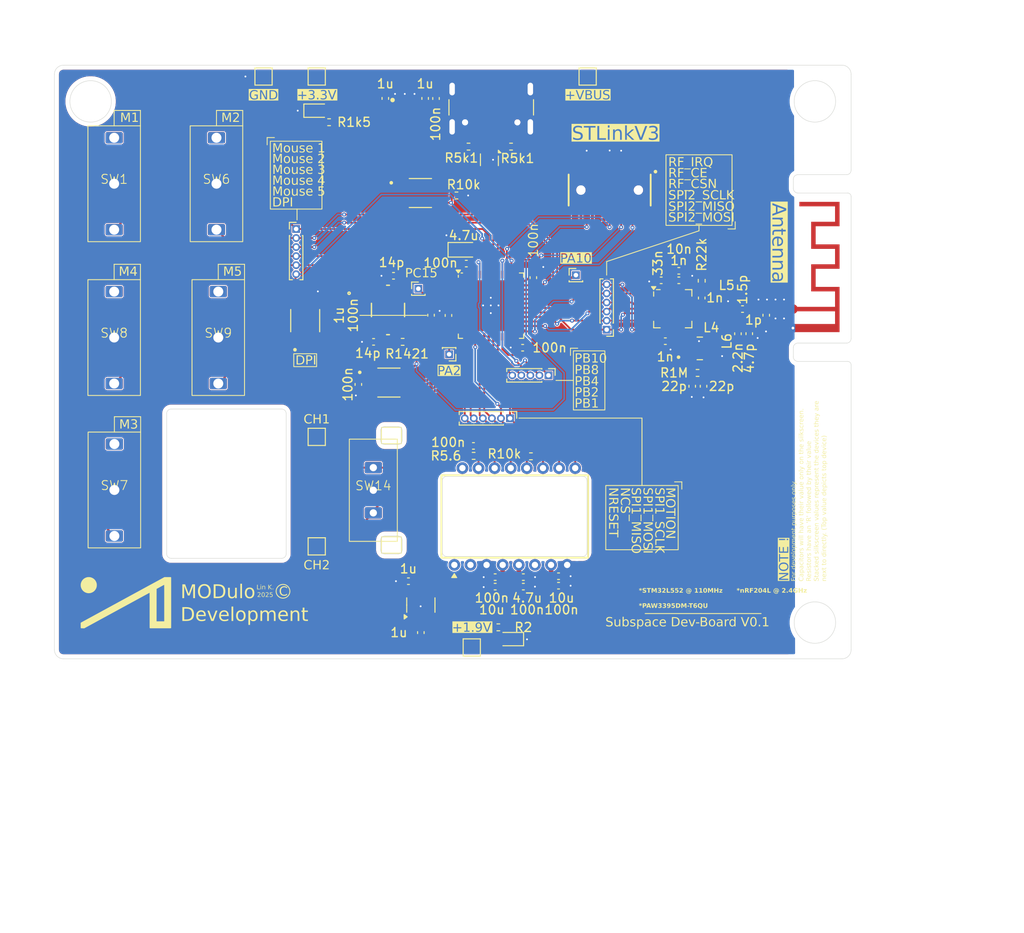
<source format=kicad_pcb>
(kicad_pcb (version 20241229) (generator "pcbnew") (generator_version "9.0")
  (title_block (title "Subspace") (date "2025-08-09") (rev "V0.1") (company "MODulo Development"))
  (layers (0 "F.Cu" signal) (2 "B.Cu" signal) (13 "F.Paste" user) (15 "B.Paste" user) (5 "F.SilkS" user "F.Silkscreen") (7 "B.SilkS" user "B.Silkscreen") (1 "F.Mask" user) (3 "B.Mask" user) (25 "Edge.Cuts" user))
  (net 0 "")
  (net 1 "Net-(AE2-A)")
  (net 2 "GND")
  (net 3 "+3.3V")
  (net 4 "+1.9V")
  (net 5 "Net-(U10-DVDD)")
  (net 6 "Net-(U12-VDDREG)")
  (net 7 "Net-(U10-XC2)")
  (net 8 "Net-(U10-XC1)")
  (net 10 "Net-(C66-Pad1)")
  (net 11 "Net-(U10-VDD_PA)")
  (net 12 "Net-(C74-Pad2)")
  (net 13 "VBUS")
  (net 14 "/NRESET")
  (net 15 "Net-(C76-Pad1)")
  (net 16 "Net-(C78-Pad1)")
  (net 20 "Net-(J4-CC1)")
  (net 21 "Net-(J4-D+-PadA6)")
  (net 22 "Net-(J4-CC2)")
  (net 23 "Net-(J4-D--PadA7)")
  (net 24 "/SWO")
  (net 25 "/SWDIO")
  (net 26 "/SWCLK")
  (net 27 "Net-(U10-ANT2)")
  (net 28 "Net-(U10-ANT1)")
  (net 29 "Net-(U10-IREF)")
  (net 30 "Net-(U12-LED_P)")
  (net 31 "/SPI2_MISO")
  (net 32 "Net-(U14-PH1)")
  (net 33 "Net-(R35-Pad2)")
  (net 34 "/BOOT")
  (net 35 "/Mouse3")
  (net 36 "/TIM2_CH1")
  (net 37 "/TIM2_CH2")
  (net 38 "/Mouse4")
  (net 39 "/Mouse5")
  (net 40 "/DPI")
  (net 41 "/USB_DP")
  (net 42 "/USB_DN")
  (net 43 "/RF_CSN")
  (net 44 "/RF_IRQ")
  (net 45 "/SPI1_MOSI")
  (net 46 "/SPI1_SCLK")
  (net 47 "/SPI1_MISO")
  (net 48 "/RF_CE")
  (net 50 "/SENSOR_NRESET")
  (net 51 "/SPI2_SCLK")
  (net 52 "/SENSOR_NCS")
  (net 53 "/SENSOR_MOTION")
  (net 54 "/SPI2_MOSI")
  (net 55 "Net-(U14-PH0)")
  (net 57 "/Mouse1")
  (net 58 "/Mouse2")
  (net 65 "Net-(J3-Pin_2)")
  (net 66 "Net-(J3-Pin_3)")
  (net 67 "Net-(J3-Pin_5)")
  (net 68 "Net-(J3-Pin_1)")
  (net 69 "Net-(J3-Pin_4)")
  (net 70 "Net-(J10-Pin_1)")
  (net 71 "Net-(J11-Pin_1)")
  (net 72 "Net-(J8-Pin_1)")
  (net 79 "Net-(D1-A)")
  (net 80 "Net-(D2-A)")
  (footprint "Capacitor_SMD:C_0402_1005Metric" (layer "F.Cu") (at 27.699782 2.635065 -90)
    (property "Reference" "22p")
    (property "Value" "22p")
  )
  (footprint "Capacitor_SMD:C_0402_1005Metric" (layer "F.Cu") (at -3.050218 -29.174935 90)
    (property "Reference" "1u")
    (property "Value" "1u")
  )
  (footprint "Capacitor_SMD:C_0402_1005Metric" (layer "F.Cu") (at 23.019782 -9.069935 180)
    (property "Reference" "33n")
    (property "Value" "33n")
  )
  (footprint "ECS_160_12_33Q_JES_TR:XTAL_ECS-160-12-33Q-JES-TR" (layer "F.Cu") (at 27.287282 -1.544935)
    (property "Reference" "Y1" (hide yes))
    (property "Value" "ECS-160-12-33Q-JES-TR" (hide yes))
  )
  (footprint "Resistor_SMD:R_0402_1005Metric" (layer "F.Cu") (at 27.039782 1.165065)
    (property "Reference" "R1M")
    (property "Value" "1M")
  )
  (footprint "TPS7A2133PQWDSGRQ1:SON50P200X200X80-9N" (layer "F.Cu") (at -5.250218 -27.594935)
    (property "Reference" "IC1" (hide yes))
    (property "Value" "TPS7A2133PQWDSGRQ1" (hide yes))
  )
  (footprint "Capacitor_SMD:C_0402_1005Metric" (layer "F.Cu") (at -1.850218 -29.164935 90)
    (property "Reference" "100n")
    (property "Value" "100n")
  )
  (footprint "Inductor_SMD:L_0402_1005Metric" (layer "F.Cu") (at 28.524782 -5.404935 -90)
    (property "Reference" "L4")
    (property "Value" "8.2n")
  )
  (footprint "Mouse:RotaryEncoder" (layer "F.Cu") (at -8.775218 14.130065)
    (property "Reference" "SW14")
    (property "Value" "RotaryEncoder")
  )
  (footprint "Resistor_SMD:R_0402_1005Metric" (layer "F.Cu") (at 2.304782 10.330065 180)
    (property "Reference" "R5.6")
    (property "Value" "5.6")
  )
  (footprint "ECS-80-12-30BQ-JES-TR:ECS-80-12_ECS" (layer "F.Cu") (at -7.151768 -5.792935)
    (property "Reference" "XTAL2" (hide yes))
    (property "Value" "ECS-80-12-30BQ-JES-TR")
  )
  (footprint "Resistor_SMD:R_0402_1005Metric" (layer "F.Cu") (at -13.660218 -26.544935)
    (property "Reference" "R1k5")
    (property "Value" "1k5")
  )
  (footprint "RF_Antenna:Texas_SWRA117D_2.4GHz_Left" (layer "F.Cu") (at 37.574782 -5.894935 -90)
    (property "Reference" "AE2" (hide yes))
    (property "Value" "Antenna")
  )
  (footprint "Package_DFN_QFN:QFN-48-1EP_7x7mm_P0.5mm_EP5.6x5.6mm" (layer "F.Cu") (at 4.224782 -6.269935)
    (property "Reference" "U14" (hide yes))
    (property "Value" "STM32L552CEUxP")
  )
  (footprint "TestPoint:TestPoint_Pad_1.5x1.5mm" (layer "F.Cu") (at -15.025218 8.230065)
    (property "Reference" "CH1")
    (property "Value" "TestPoint")
  )
  (footprint "LED_SMD:LED_0603_1608Metric" (layer "F.Cu") (at -14.962718 -27.819935)
    (property "Reference" "D1" (hide yes))
    (property "Value" "LED")
  )
  (footprint "TestPoint:TestPoint_Pad_1.5x1.5mm" (layer "F.Cu") (at -20.900218 -31.594935 180)
    (property "Reference" "GND")
    (property "Value" "TestPoint")
  )
  (footprint "Inductor_SMD:L_0402_1005Metric" (layer "F.Cu") (at 30.274782 -4.184935 -90)
    (property "Reference" "L6")
    (property "Value" "2.7n")
  )
  (footprint "Capacitor_SMD:C_0402_1005Metric" (layer "F.Cu") (at 1.494782 -10.919935)
    (property "Reference" "100n")
    (property "Value" "100n")
  )
  (footprint "SKRPABE010:SW_SKRPABE010" (layer "F.Cu") (at -7.053718 2.230065)
    (property "Reference" "S2" (hide yes))
    (property "Value" "SKRPABE010")
  )
  (footprint "Capacitor_SMD:C_0402_1005Metric" (layer "F.Cu") (at 34.624782 -5.214935 -90)
    (property "Reference" "1p")
    (property "Value" "1p")
  )
  (footprint "Capacitor_SMD:C_0402_1005Metric" (layer "F.Cu") (at 7.794782 24.780065)
    (property "Reference" "100n")
    (property "Value" "100n")
  )
  (footprint "Capacitor_SMD:C_0402_1005Metric" (layer "F.Cu") (at 32.004782 -5.894935)
    (property "Reference" "1.5p")
    (property "Value" "1.5p")
  )
  (footprint "Capacitor_SMD:C_0402_1005Metric" (layer "F.Cu") (at 31.499782 -3.164935 -90)
    (property "Reference" "2.2n")
    (property "Value" "2.2n")
  )
  (footprint "Connector_PinHeader_1.00mm:PinHeader_1x01_P1.00mm_Vertical" (layer "F.Cu") (at -0.400218 -0.894935 180)
    (property "Reference" "PA2")
    (property "Value" "Conn_01x01_Pin")
  )
  (footprint "Package_TO_SOT_SMD:SOT-666" (layer "F.Cu") (at 4.047282 -22.394935 -90)
    (property "Reference" "U8" (hide yes))
    (property "Value" "USBLC6-2P6")
  )
  (footprint "LED_SMD:LED_0603_1608Metric" (layer "F.Cu") (at 6.337282 30.580065 180)
    (property "Reference" "D2" (hide yes))
    (property "Value" "LED")
  )
  (footprint "Package_TO_SOT_SMD:SOT-23-5" (layer "F.Cu") (at -3.525218 26.817565 90)
    (property "Reference" "U11" (hide yes))
    (property "Value" "TLV70019_SOT23-5")
  )
  (footprint "Capacitor_SMD:C_0402_1005Metric" (layer "F.Cu") (at 7.794782 23.730065)
    (property "Reference" "4.7u")
    (property "Value" "4.7u")
  )
  (footprint "Capacitor_SMD:C_0402_1005Metric" (layer "F.Cu") (at 2.284782 9.230065 180)
    (property "Reference" "100n")
    (property "Value" "100n")
  )
  (footprint "SKRPABE010:SW_SKRPABE010" (layer "F.Cu") (at -3.575218 -18.719935)
    (property "Reference" "S3" (hide yes))
    (property "Value" "SKRPABE010")
  )
  (footprint "Mouse:Huano" (layer "F.Cu") (at -37.400218 -19.744935)
    (property "Reference" "SW1")
    (property "Value" "SW_Push_SPDT")
  )
  (footprint "Capacitor_SMD:C_0402_1005Metric" (layer "F.Cu") (at 27.499782 -7.114935 -90)
    (property "Reference" "1n")
    (property "Value" "1n")
  )
  (footprint "Capacitor_SMD:C_0402_1005Metric" (layer "F.Cu") (at -7.450218 -29.174935 90)
    (property "Reference" "1u")
    (property "Value" "1u")
  )
  (footprint "Mouse:Huano" (layer "F.Cu") (at -26.100218 -19.744935)
    (property "Reference" "SW6")
    (property "Value" "SW_Push_SPDT")
  )
  (footprint "PAW3395DM-T6QU_DS:PMW3360" (layer "F.Cu") (at 6.849782 17.030065 90)
    (property "Reference" "U12" (hide yes))
    (property "Value" "PMW3360DM-T2QU" (hide yes))
  )
  (footprint "Connector_PinHeader_1.00mm:PinHeader_1x06_P1.00mm_Vertical" (layer "F.Cu") (at 16.999782 -3.619935 180)
    (property "Reference" "J2" (hide yes))
    (property "Value" "Conn_01x06_Pin")
  )
  (footprint "Capacitor_SMD:C_0402_1005Metric" (layer "F.Cu") (at -2.400218 -5.214935 90)
    (property "Reference" "1u")
    (property "Value" "1u")
  )
  (footprint "Package_DFN_QFN:QFN-20-1EP_4x4mm_P0.5mm_EP2.5x2.5mm" (layer "F.Cu") (at 24.299782 -5.932435)
    (property "Reference" "U10" (hide yes))
    (property "Value" "nRF24L01P")
  )
  (footprint "Capacitor_SMD:C_0402_1005Metric" (layer "F.Cu") (at -8.745218 -2.269935 180)
    (property "Reference" "14p")
    (property "Value" "14p")
  )
  (footprint "Capacitor_SMD:C_0402_1005Metric" (layer "F.Cu") (at 11.684782 23.630065)
    (property "Reference" "10u")
    (property "Value" "10u")
  )
  (footprint "Connector_PinHeader_1.00mm:PinHeader_1x05_P1.00mm_Vertical" (layer "F.Cu") (at 10.574782 1.430065 -90)
    (property "Reference" "J3" (hide yes))
    (property "Value" "Conn_01x05_Pin")
  )
  (footprint "FTSH_107_01_L_DV_K_A:SAMTEC_FTSH-107-01-L-DV-K-A" (layer "F.Cu") (at 17.329782 -19.044935 180)
    (property "Reference" "J12" (hide yes))
    (property "Value" "FTSH-107-01-L-DV-K-A")
  )
  (footprint "Capacitor_SMD:C_0402_1005Metric" (layer "F.Cu") (at 26.449782 2.635065 -90)
    (property "Reference" "22p")
    (property "Value" "22p")
  )
  (footprint "SKRPABE010:SW_SKRPABE010" (layer "F.Cu") (at -16.300218 -4.616435 90)
    (property "Reference" "S1" (hide yes))
    (property "Value" "SKRPABE010")
  )
  (footprint "Connector_PinHeader_1.00mm:PinHeader_1x06_P1.00mm_Vertical" (layer "F.Cu") (at -17.300218 -14.744935)
    (property "Reference" "J9" (hide yes))
    (property "Value" "Conn_01x06_Pin")
  )
  (footprint "Capacitor_SMD:C_0402_1005Metric" (layer "F.Cu") (at 4.684782 23.730065 180)
    (property "Reference" "100n")
    (property "Value" "100n")
  )
  (footprint "Resistor_SMD:R_0402_1005Metric" (layer "F.Cu") (at 6.439782 -23.844935 180)
    (property "Reference" "R5k1")
    (property "Value" "5k1")
  )
  (footprint "TestPoint:TestPoint_Pad_1.5x1.5mm" (layer "F.Cu") (at -15.025218 -31.594935)
    (property "Reference" " +3.3V ")
    (property "Value" "TestPoint")
  )
  (footprint "Capacitor_SMD:C_0402_1005Metric" (layer "F.Cu") (at -0.475218 -5.189935 90)
    (property "Reference" "100n")
    (property "Value" "100n")
  )
  (footprint "Resistor_SMD:R_0402_1005Metric" (layer "F.Cu") (at 1.739782 -23.844935)
    (property "Reference" "R5k1")
    (property "Value" "5k1")
  )
  (footprint "Capacitor_SMD:C_0402_1005Metric" (layer "F.Cu") (at 24.969782 -9.069935)
    (property "Reference" "1n")
    (property "Value" "1n")
  )
  (footprint "Resistor_SMD:R_0402_1005Metric" (layer "F.Cu") (at 0.409782 -18.444935 180)
    (property "Reference" "R10k")
    (property "Value" "10k")
  )
  (footprint "Capacitor_SMD:C_0402_1005Metric" (layer "F.Cu") (at 23.479782 -2.344935)
    (property "Reference" "1n")
    (property "Value" "1n")
  )
  (footprint "Capacitor_SMD:C_0402_1005Metric" (layer "F.Cu") (at 8.899782 -9.364935 -90)
    (property "Reference" "100n")
    (property "Value" "100n")
  )
  (footprint "Capacitor_SMD:C_0402_1005Metric" (layer "F.Cu") (at -6.545218 -9.569935 180)
    (property "Reference" "14p")
    (property "Value" "14p")
  )
  (footprint "LOGO" (layer "F.Cu") (at -36.100218 26.555065)
    (property "Reference" "G***" (hide yes))
    (property "Value" "LOGO" (hide yes))
  )
  (footprint "Inductor_SMD:L_0402_1005Metric" (layer "F.Cu") (at 30.014782 -5.894935)
    (property "Reference" "L5")
    (property "Value" "3.9n")
  )
  (footprint "Capacitor_SMD:C_0402_1005Metric" (layer "F.Cu") (at -4.895218 24.180065 180)
    (property "Reference" "1u")
    (property "Value" "1u")
  )
  (footprint "TestPoint:TestPoint_Pad_1.5x1.5mm" (layer "F.Cu") (at 2.099782 31.505065)
    (property "Reference" "+1.9V")
    (property "Value" "TestPoint")
  )
  (footprint "Resistor_SMD:R_0402_1005Metric" (layer "F.Cu") (at -5.535218 -2.269935 180)
    (property "Reference" "R1421")
    (property "Value" "1421")
  )
  (footprint "Capacitor_SMD:C_0402_1005Metric" (layer "F.Cu") (at 7.719782 -1.619935 180)
    (property "Reference" "100n")
    (property "Value" "100n")
  )
  (footprint "Capacitor_SMD:C_0402_1005Metric" (layer "F.Cu") (at -10.428718 2.435065 90)
    (property "Reference" "100n")
    (property "Value" "100n")
  )
  (footprint "Mouse:Huano" (layer "F.Cu") (at -37.400218 -2.744935)
    (property "Reference" "SW8")
    (property "Value" "SW_Push_SPDT")
  )
  (footprint "Connector_PinHeader_1.00mm:PinHeader_1x01_P1.00mm_Vertical" (layer "F.Cu") (at -3.800218 -8.144935)
    (property "Reference" "J8" (hide yes))
    (property "Value" "Conn_01x01_Pin")
  )
  (footprint "Mouse:Huano" (layer "F.Cu") (at -25.900218 -2.744935)
    (property "Reference" "SW9")
    (property "Value" "SW_Push_SPDT")
  )
  (footprint "Resistor_SMD:R_0402_1005Metric" (layer "F.Cu") (at 27.499782 -9.019935 90)
    (property "Reference" "R22k")
    (property "Value" "22k")
  )
  (footprint "Capacitor_SMD:C_0402_1005Metric" (layer "F.Cu") (at -3.525218 29.860065 90)
    (property "Reference" "1u")
    (property "Value" "1u")
  )
  (footprint "Connector_PinHeader_1.00mm:PinHeader_1x01_P1.00mm_Vertical" (layer "F.Cu") (at 13.599782 -9.644935)
    (property "Reference" "PA10")
    (property "Value" "Conn_01x01_Pin")
  )
  (footprint "Connector_PinHeader_1.00mm:PinHeader_1x06_P1.00mm_Vertical" (layer "F.Cu") (at 6.324782 6.180065 -90)
    (property "Reference" "J1" (hide yes))
    (property "Value" "Conn_01x06_Pin")
  )
  (footprint "TestPoint:TestPoint_Pad_1.5x1.5mm" (layer "F.Cu") (at 14.899782 -31.594935)
    (property "Reference" "+VBUS")
    (property "Value" "TestPoint")
  )
  (footprint "TestPoint:TestPoint_Pad_1.5x1.5mm" (layer "F.Cu") (at -15.025218 20.330065)
    (property "Reference" "CH2")
    (property "Value" "TestPoint")
  )
  (footprint "Connector_USB:USB_C_Receptacle_GCT_USB4105-xx-A_16P_TopMnt_Horizontal" (layer "F.Cu") (at 4.249782 -29.134935 180)
    (property "Reference" "J4" (hide yes))
    (property "Value" "USB4105-GF-A")
  )
  (footprint "Capacitor_SMD:C_0402_1005Metric" (layer "F.Cu") (at 11.684782 24.680065)
    (property "Reference" "100n")
    (property "Value" "100n")
  )
  (footprint "Resistor_SMD:R_0402_1005Metric" (layer "F.Cu") (at 8.634782 10.380065 180)
    (property "Reference" "R10k")
    (property "Value" "10k")
  )
  (footprint "Mouse:Huano" (layer "F.Cu") (at -37.375218 14.100065)
    (property "Reference" "SW7")
    (property "Value" "SW_Push_SPDT")
  )
  (footprint "Capacitor_SMD:C_0402_1005Metric" (layer "F.Cu") (at 4.684782 24.780065 180)
    (property "Reference" "10u")
    (property "Value" "10u")
  )
  (footprint "Capacitor_SMD:C_0402_1005Metric" (layer "F.Cu") (at 32.749782 -3.174935 -90)
    (property "Reference" "4.7p")
    (property "Value" "4.7p")
  )
  (footprint "Capacitor_Tantalum_SMD:CP_EIA-2012-12_Kemet-R" (layer "F.Cu") (at 1.202282 -12.444935)
    (property "Reference" "4.7u")
    (property "Value" "4.7u")
  )
  (footprint "Capacitor_SMD:C_0402_1005Metric" (layer "F.Cu") (at 24.969782 -10.119935)
    (property "Reference" "10n")
    (property "Value" "10n")
  )
  (footprint "Resistor_SMD:R_0402_1005Metric" (layer "F.Cu") (at 5.034782 29.280065 180)
    (property "Reference" "R2")
    (property "Value" "1k5")
  )
  (gr_rect (start 23.549782 -22.944935) (end 30.849782 -15.144935) (stroke (width 0.1)) (fill no) (layer "F.SilkS"))
  (gr_line (start -37.375218 7.700065) (end -37.375218 6.000065) (stroke (width 0.1)) (layer "F.SilkS"))
  (gr_line (start -34.500218 -27.844935) (end -34.500218 -26.144935) (stroke (width 0.1)) (layer "F.SilkS"))
  (gr_line (start -23.200218 -27.844935) (end -23.200218 -26.144935) (stroke (width 0.1)) (layer "F.SilkS"))
  (gr_line (start -25.900218 -10.844935) (end -23.000218 -10.844935) (stroke (width 0.1)) (layer "F.SilkS"))
  (gr_line (start 7.299782 6.155065) (end 20.899782 6.155065) (stroke (width 0.1)) (layer "F.SilkS"))
  (gr_line (start 27.199782 -14.544935) (end 16.999782 -11.144935) (stroke (width 0.1)) (layer "F.SilkS"))
  (gr_circle (center -18.750218 25.29472) (end -18.225218 25.84472) (stroke (width 0.1)) (fill no) (layer "F.SilkS"))
  (gr_line (start 16.999782 -11.144935) (end 16.999782 -9.644935) (stroke (width 0.1)) (layer "F.SilkS"))
  (gr_line (start 12.999782 -0.769935) (end 12.999782 -1.569935) (stroke (width 0.1)) (layer "F.SilkS"))
  (gr_line (start 24.499782 13.205065) (end 25.299782 13.205065) (stroke (width 0.1)) (layer "F.SilkS"))
  (gr_rect (start 16.899782 13.605065) (end 24.899782 20.705065) (stroke (width 0.1)) (fill no) (layer "F.SilkS"))
  (gr_line (start -2.900218 -5.194935) (end -10.250218 -5.194935) (stroke (width 0.1)) (layer "F.SilkS"))
  (gr_line (start -37.400218 -10.844935) (end -34.500218 -10.844935) (stroke (width 0.1)) (layer "F.SilkS"))
  (gr_line (start 31.199782 -14.744935) (end 30.399782 -14.744935) (stroke (width 0.1)) (layer "F.SilkS"))
  (gr_line (start -23.000218 -10.844935) (end -23.000218 -9.144935) (stroke (width 0.1)) (layer "F.SilkS"))
  (gr_rect (start -20.150218 -24.444935) (end -14.450218 -16.944935) (stroke (width 0.1)) (fill no) (layer "F.SilkS"))
  (gr_line (start -20.500218 -24.044935) (end -20.500218 -24.844935) (stroke (width 0.1)) (layer "F.SilkS"))
  (gr_line (start -37.400218 -9.144935) (end -37.400218 -10.844935) (stroke (width 0.1)) (layer "F.SilkS"))
  (gr_line (start -37.400218 -27.844935) (end -34.500218 -27.844935) (stroke (width 0.1)) (layer "F.SilkS"))
  (gr_line (start -34.500218 -10.844935) (end -34.500218 -9.144935) (stroke (width 0.1)) (layer "F.SilkS"))
  (gr_line (start -34.475218 6.000065) (end -34.475218 7.700065) (stroke (width 0.1)) (layer "F.SilkS"))
  (gr_line (start 27.199782 -15.144935) (end 27.199782 -14.544935) (stroke (width 0.1)) (layer "F.SilkS"))
  (gr_line (start -25.900218 -9.144935) (end -25.900218 -10.844935) (stroke (width 0.1)) (layer "F.SilkS"))
  (gr_line (start 21.249782 27.755065) (end 34.059782 27.755065) (stroke (width 0.1)) (layer "F.SilkS"))
  (gr_line (start -20.500218 -24.844935) (end -19.700218 -24.844935) (stroke (width 0.1)) (layer "F.SilkS"))
  (gr_line (start -37.400218 -26.144935) (end -37.400218 -27.844935) (stroke (width 0.1)) (layer "F.SilkS"))
  (gr_line (start 20.899782 13.605065) (end 20.899782 6.155065) (stroke (width 0.1)) (layer "F.SilkS"))
  (gr_rect (start 13.324782 -1.269935) (end 16.799782 5.255065) (stroke (width 0.1)) (fill no) (layer "F.SilkS"))
  (gr_poly (pts (xy 0.170936 23.335834) (xy -0.129064 23.785834) (xy 0.445936 23.785834)) (stroke (width 0.1)) (fill yes) (layer "F.SilkS"))
  (gr_line (start -26.100218 -26.144935) (end -26.100218 -27.844935) (stroke (width 0.1)) (layer "F.SilkS"))
  (gr_line (start 12.999782 -1.569935) (end 13.799782 -1.569935) (stroke (width 0.1)) (layer "F.SilkS"))
  (gr_line (start 31.199782 -15.544935) (end 31.199782 -14.744935) (stroke (width 0.1)) (layer "F.SilkS"))
  (gr_line (start -17.200218 -16.944935) (end -17.200218 -15.744935) (stroke (width 0.1)) (layer "F.SilkS"))
  (gr_line (start 13.324782 1.992565) (end 11.399782 1.992565) (stroke (width 0.1)) (layer "F.SilkS"))
  (gr_line (start 25.299782 13.205065) (end 25.299782 14.005065) (stroke (width 0.1)) (layer "F.SilkS"))
  (gr_line (start -37.375218 6.000065) (end -34.475218 6.000065) (stroke (width 0.1)) (layer "F.SilkS"))
  (gr_line (start -26.100218 -27.844935) (end -23.200218 -27.844935) (stroke (width 0.1)) (layer "F.SilkS"))
  (gr_rect (start -17.562718 -0.957435) (end -15.037718 0.467565) (stroke (width 0.1)) (fill no) (layer "F.SilkS"))
  (gr_line (start -44.000218 31.755065) (end -44.000218 -31.844935) (stroke (width 0.05)) (layer "Edge.Cuts"))
  (gr_arc (start 14.829782 20.955065) (mid 14.683335 21.308618) (end 14.329782 21.455065) (stroke (width 0.05)) (layer "Edge.Cuts"))
  (gr_arc (start 43.615637 -0.11) (mid 43.887442 0.004381) (end 43.999782 0.277036) (stroke (width 0.05)) (layer "Edge.Cuts"))
  (gr_arc (start -7.975218 19.680065) (mid -7.828771 19.326512) (end -7.475218 19.180065) (stroke (width 0.05)) (layer "Edge.Cuts"))
  (gr_arc (start -1.150218 13.085065) (mid -1.003771 12.731512) (end -0.650218 12.585065) (stroke (width 0.05)) (layer "Edge.Cuts"))
  (gr_line (start 14.329782 21.455065) (end -0.650218 21.455065) (stroke (width 0.05)) (layer "Edge.Cuts"))
  (gr_arc (start -0.650218 21.455065) (mid -1.003771 21.308618) (end -1.150218 20.955065) (stroke (width 0.05)) (layer "Edge.Cuts"))
  (gr_arc (start 38.121916 -18.719898) (mid 37.768363 -18.866345) (end 37.621916 -19.219898) (stroke (width 0.05)) (layer "Edge.Cuts"))
  (gr_arc (start -5.575218 20.680065) (mid -5.721665 21.033618) (end -6.075218 21.180065) (stroke (width 0.05)) (layer "Edge.Cuts"))
  (gr_arc (start -31.600218 5.655065) (mid -31.453771 5.301512) (end -31.100218 5.155065) (stroke (width 0.05)) (layer "Edge.Cuts"))
  (gr_line (start -7.475218 7.080065) (end -6.075218 7.080065) (stroke (width 0.05)) (layer "Edge.Cuts"))
  (gr_arc (start 43.999782 -21.254833) (mid 43.856916 -20.894898) (end 43.49988 -20.744934) (stroke (width 0.05)) (layer "Edge.Cuts"))
  (gr_line (start 38.121916 -2.135) (end 43.49988 -2.135036) (stroke (width 0.05)) (layer "Edge.Cuts"))
  (gr_line (start 38.121916 -20.744898) (end 43.49988 -20.744934) (stroke (width 0.05)) (layer "Edge.Cuts"))
  (gr_line (start -7.475218 19.180065) (end -6.075218 19.180065) (stroke (width 0.05)) (layer "Edge.Cuts"))
  (gr_arc (start -18.400218 21.155065) (mid -18.546665 21.508618) (end -18.900218 21.655065) (stroke (width 0.05)) (layer "Edge.Cuts"))
  (gr_line (start -18.900218 21.655065) (end -31.100218 21.655065) (stroke (width 0.05)) (layer "Edge.Cuts"))
  (gr_line (start -7.975218 20.680065) (end -7.975218 19.680065) (stroke (width 0.05)) (layer "Edge.Cuts"))
  (gr_arc (start -6.075218 19.180065) (mid -5.721665 19.326512) (end -5.575218 19.680065) (stroke (width 0.05)) (layer "Edge.Cuts"))
  (gr_line (start -18.400218 5.655065) (end -18.400218 21.155065) (stroke (width 0.05)) (layer "Edge.Cuts"))
  (gr_circle (center 39.999782 -28.844935) (end 40.424782 -31.094935) (stroke (width 0.05)) (fill no) (layer "Edge.Cuts"))
  (gr_line (start -7.975218 8.580065) (end -7.975218 7.580065) (stroke (width 0.05)) (layer "Edge.Cuts"))
  (gr_arc (start -44.000218 -31.844935) (mid -43.707325 -32.552042) (end -43.000218 -32.844935) (stroke (width 0.05)) (layer "Edge.Cuts"))
  (gr_arc (start -5.575218 8.580065) (mid -5.721665 8.933618) (end -6.075218 9.080065) (stroke (width 0.05)) (layer "Edge.Cuts"))
  (gr_line (start 43.999782 -31.844935) (end 43.999782 -21.254833) (stroke (width 0.05)) (layer "Edge.Cuts"))
  (gr_line (start 42.999782 32.755065) (end -43.000218 32.755065) (stroke (width 0.05)) (layer "Edge.Cuts"))
  (gr_line (start -31.100218 5.155065) (end -18.900218 5.155065) (stroke (width 0.05)) (layer "Edge.Cuts"))
  (gr_line (start -31.600218 21.155065) (end -31.600218 5.655065) (stroke (width 0.05)) (layer "Edge.Cuts"))
  (gr_arc (start -7.975218 7.580065) (mid -7.828771 7.226512) (end -7.475218 7.080065) (stroke (width 0.05)) (layer "Edge.Cuts"))
  (gr_line (start -5.575218 19.680065) (end -5.575218 20.680065) (stroke (width 0.05)) (layer "Edge.Cuts"))
  (gr_line (start -6.075218 21.180065) (end -7.475218 21.180065) (stroke (width 0.05)) (layer "Edge.Cuts"))
  (gr_line (start 37.621916 -19.219898) (end 37.621916 -20.244898) (stroke (width 0.05)) (layer "Edge.Cuts"))
  (gr_line (start 37.621916 -0.61) (end 37.621916 -1.635) (stroke (width 0.05)) (layer "Edge.Cuts"))
  (gr_arc (start 38.121916 -0.11) (mid 37.768363 -0.256447) (end 37.621916 -0.61) (stroke (width 0.05)) (layer "Edge.Cuts"))
  (gr_arc (start -7.475218 21.180065) (mid -7.828771 21.033618) (end -7.975218 20.680065) (stroke (width 0.05)) (layer "Edge.Cuts"))
  (gr_line (start -1.150218 20.955065) (end -1.150218 13.085065) (stroke (width 0.05)) (layer "Edge.Cuts"))
  (gr_line (start 43.61 -0.11) (end 38.121916 -0.11) (stroke (width 0.05)) (layer "Edge.Cuts"))
  (gr_line (start -5.575218 7.580065) (end -5.575218 8.580065) (stroke (width 0.05)) (layer "Edge.Cuts"))
  (gr_arc (start 42.999782 -32.844935) (mid 43.706889 -32.552042) (end 43.999782 -31.844935) (stroke (width 0.05)) (layer "Edge.Cuts"))
  (gr_line (start 43.61 -18.719898) (end 38.121916 -18.719898) (stroke (width 0.05)) (layer "Edge.Cuts"))
  (gr_line (start -0.650218 12.585065) (end 14.329782 12.585065) (stroke (width 0.05)) (layer "Edge.Cuts"))
  (gr_arc (start 14.329782 12.585065) (mid 14.683335 12.731512) (end 14.829782 13.085065) (stroke (width 0.05)) (layer "Edge.Cuts"))
  (gr_arc (start 43.999782 -2.644935) (mid 43.856916 -2.285) (end 43.49988 -2.135036) (stroke (width 0.05)) (layer "Edge.Cuts"))
  (gr_arc (start 43.999782 31.755065) (mid 43.706889 32.462172) (end 42.999782 32.755065) (stroke (width 0.05)) (layer "Edge.Cuts"))
  (gr_arc (start -6.075218 7.080065) (mid -5.721665 7.226512) (end -5.575218 7.580065) (stroke (width 0.05)) (layer "Edge.Cuts"))
  (gr_arc (start -18.900218 5.155065) (mid -18.546665 5.301512) (end -18.400218 5.655065) (stroke (width 0.05)) (layer "Edge.Cuts"))
  (gr_arc (start -43.000218 32.755065) (mid -43.707325 32.462172) (end -44.000218 31.755065) (stroke (width 0.05)) (layer "Edge.Cuts"))
  (gr_arc (start -7.475218 9.080065) (mid -7.828771 8.933618) (end -7.975218 8.580065) (stroke (width 0.05)) (layer "Edge.Cuts"))
  (gr_line (start -6.075218 9.080065) (end -7.475218 9.080065) (stroke (width 0.05)) (layer "Edge.Cuts"))
  (gr_line (start 43.999782 -18.340352) (end 43.999782 -2.644935) (stroke (width 0.05)) (layer "Edge.Cuts"))
  (gr_arc (start -31.100218 21.655065) (mid -31.453771 21.508618) (end -31.600218 21.155065) (stroke (width 0.05)) (layer "Edge.Cuts"))
  (gr_line (start 43.999782 31.755065) (end 43.999782 0.284684) (stroke (width 0.05)) (layer "Edge.Cuts"))
  (gr_line (start 14.829782 13.085065) (end 14.829782 20.955065) (stroke (width 0.05)) (layer "Edge.Cuts"))
  (gr_arc (start 43.615637 -18.719898) (mid 43.887442 -18.605517) (end 43.999782 -18.332862) (stroke (width 0.05)) (layer "Edge.Cuts"))
  (gr_circle (center 39.999782 28.755065) (end 42.249782 29.180065) (stroke (width 0.05)) (fill no) (layer "Edge.Cuts"))
  (gr_arc (start 37.621916 -1.635) (mid 37.768363 -1.988553) (end 38.121916 -2.135) (stroke (width 0.05)) (layer "Edge.Cuts"))
  (gr_arc (start 37.621916 -20.244898) (mid 37.768363 -20.598451) (end 38.121916 -20.744898) (stroke (width 0.05)) (layer "Edge.Cuts"))
  (gr_line (start -43.000218 -32.844935) (end 42.999782 -32.844935) (stroke (width 0.05)) (layer "Edge.Cuts"))
  (gr_circle (center -40.000218 -28.844935) (end -42.250218 -29.269935) (stroke (width 0.05)) (fill no) (layer "Edge.Cuts"))
  (gr_text "SPI2_SCLK" (at 23.799782 -17.844935 0) (layer "F.SilkS") (effects (font (size 1 1) (thickness 0.1)) (justify left bottom)))
  (gr_text "Mouse 4\n" (at -19.950218 -20.044935 0) (layer "F.SilkS") (effects (font (size 1 1) (thickness 0.1)) (justify left)))
  (gr_text "M3" (at -36.850218 6.900065 0) (layer "F.SilkS") (effects (font (size 1 1) (thickness 0.1)) (justify left)))
  (gr_text "M5" (at -25.375218 -9.994935 0) (layer "F.SilkS") (effects (font (size 1 1) (thickness 0.1)) (justify left)))
  (gr_text "SPI1_MOSI" (at 20.899782 13.805065 270) (layer "F.SilkS") (effects (font (size 1 1) (thickness 0.1)) (justify left bottom)))
  (gr_text "MOTION\n" (at 23.399782 13.805065 270) (layer "F.SilkS") (effects (font (size 1 1) (thickness 0.1)) (justify left bottom)))
  (gr_text "NOTE !" (at 37.224782 24.180065 90) (layer "F.SilkS" knockout) (effects (font (size 1 1) (thickness 0.1)) (justify left bottom)))
  (gr_text "RF_IRQ" (at 23.799782 -21.494935 0) (layer "F.SilkS") (effects (font (size 1 1) (thickness 0.1)) (justify left bottom)))
  (gr_text "PC15" (at -5.275218 -9.819935 0) (layer "F.SilkS") (effects (font (size 1 1) (thickness 0.1)) (justify left)))
  (gr_text "NCS" (at 18.399782 13.805065 270) (layer "F.SilkS") (effects (font (size 1 1) (thickness 0.1)) (justify left bottom)))
  (gr_text "PB8\n" (at 13.449782 0.880065 0) (layer "F.SilkS") (effects (font (size 1 1) (thickness 0.1)) (justify left)))
  (gr_text "DPI" (at -19.950218 -17.644935 0) (layer "F.SilkS") (effects (font (size 1 1) (thickness 0.1)) (justify left)))
  (gr_text "MODulo\nDevelopment" (at -30.075218 28.830065 0) (layer "F.SilkS") (effects (font (size 1.5 1.5) (thickness 0.1)) (justify left bottom)))
  (gr_text "Mouse 5\n" (at -19.950218 -18.844935 0) (layer "F.SilkS") (effects (font (size 1 1) (thickness 0.1)) (justify left)))
  (gr_text "PB1" (at 13.449782 4.580065 0) (layer "F.SilkS") (effects (font (size 1 1) (thickness 0.1)) (justify left)))
  (gr_text "RF_CSN\n" (at 23.799782 -19.094935 0) (layer "F.SilkS") (effects (font (size 1 1) (thickness 0.1)) (justify left bottom)))
  (gr_text "M1" (at -36.750218 -26.994935 0) (layer "F.SilkS") (effects (font (size 1 1) (thickness 0.1)) (justify left)))
  (gr_text "SPI2_MISO\n" (at 23.799782 -16.594935 0) (layer "F.SilkS") (effects (font (size 1 1) (thickness 0.1)) (justify left bottom)))
  (gr_text "SPI2_MOSI" (at 23.799782 -15.394935 0) (layer "F.SilkS") (effects (font (size 1 1) (thickness 0.1)) (justify left bottom)))
  (gr_text "Antenna" (at 35.049782 -17.619935 270) (layer "F.SilkS" knockout) (effects (font (size 1.5 1.5) (thickness 0.1)) (justify left bottom)))
  (gr_text "RF_CE\n" (at 23.799782 -20.294935 0) (layer "F.SilkS") (effects (font (size 1 1) (thickness 0.1)) (justify left bottom)))
  (gr_text "Lin K.\n2025" (at -20.720218 25.29472 0) (layer "F.SilkS") (effects (font (size 0.5 0.5) (thickness 0.1))))
  (gr_text "PB4" (at 13.449782 2.130065 0) (layer "F.SilkS") (effects (font (size 1 1) (thickness 0.1)) (justify left)))
  (gr_text "Mouse 3" (at -19.950218 -21.244935 0) (layer "F.SilkS") (effects (font (size 1 1) (thickness 0.1)) (justify left)))
  (gr_text "M4" (at -36.900218 -9.994935 0) (layer "F.SilkS") (effects (font (size 1 1) (thickness 0.1)) (justify left)))
  (gr_text "Mouse 1" (at -19.950218 -23.619935 0) (layer "F.SilkS") (effects (font (size 1 1) (thickness 0.1)) (justify left)))
  (gr_text "*STM32L552 @ 110MHz		*nRF204L @ 2.4GHz\n\n*PAW3395DM-T6QU\n" (at 20.549782 27.215065 0) (layer "F.SilkS") (effects (font (size 0.5 0.5) (thickness 0.125) (bold yes)) (justify left bottom)))
  (gr_text "Mouse 2\n" (at -19.950218 -22.444935 0) (layer "F.SilkS") (effects (font (size 1 1) (thickness 0.1)) (justify left)))
  (gr_text "Subspace Dev-Board V0.1" (at 34.989782 28.755065 0) (layer "F.SilkS") (effects (font (size 1 1) (thickness 0.1)) (justify right)))
  (gr_text "NRESET" (at 17.099782 13.805065 270) (layer "F.SilkS") (effects (font (size 1 1) (thickness 0.1)) (justify left bottom)))
  (gr_text "STLinkV3" (at 13.149782 -24.344935 0) (layer "F.SilkS" knockout) (effects (font (size 1.5 1.5) (thickness 0.1)) (justify left bottom)))
  (gr_text "DPI" (at -17.387718 -0.182435 0) (layer "F.SilkS") (effects (font (size 1 1) (thickness 0.1)) (justify left)))
  (gr_text "SPI1_SCLK" (at 22.201532 13.805065 270) (layer "F.SilkS") (effects (font (size 1 1) (thickness 0.1)) (justify left bottom)))
  (gr_text "C" (at -19.200218 25.94472 0) (layer "F.SilkS") (effects (font (size 1 1) (thickness 0.1)) (justify left bottom)))
  (gr_text "PB10" (at 13.449782 -0.394935 0) (layer "F.SilkS") (effects (font (size 1 1) (thickness 0.1)) (justify left)))
  (gr_text "SPI1_MISO" (at 19.599782 13.805065 270) (layer "F.SilkS") (effects (font (size 1 1) (thickness 0.1)) (justify left bottom)))
  (gr_text "PB2" (at 13.449782 3.355065 0) (layer "F.SilkS") (effects (font (size 1 1) (thickness 0.1)) (justify left)))
  (gr_text "M2" (at -25.575218 -26.994935 0) (layer "F.SilkS") (effects (font (size 1 1) (thickness 0.1)) (justify left)))
  (gr_text "For development purposes only.\nCapacitors will have their value only on the silkscreen.\nResistors have an 'R' followed by their value\nStacked silkscreen values represent the devices they are\nnext to directly. (Top value depicts top device)" (at 41.324782 24.205065 90) (layer "F.SilkS") (effects (font (size 0.5 0.5) (thickness 0.1)) (justify left bottom)))
  (segment (start 34.624782 -5.694935) (end 34.424782 -5.894935) (width 0.17236) (layer "F.Cu") (net 1))
  (segment (start 37.574782 -5.894935) (end 32.484782 -5.894935) (width 1.06402) (layer "F.Cu") (net 1))
  (segment (start 8.534782 -8.519935) (end 8.899782 -8.884935) (width 0.2) (layer "F.Cu") (net 2))
  (segment (start 4.047282 -23.319935) (end 4.047282 -22.797435) (width 0.2) (layer "F.Cu") (net 2))
  (segment (start 0.504782 -25.454935) (end -0.070218 -26.029935) (width 0.5) (layer "F.Cu") (net 2))
  (segment (start 27.099782 -2.444935) (end 27.199782 -2.344935) (width 0.5) (layer "F.Cu") (net 2))
  (segment (start -15.225218 -6.691435) (end -15.225218 -7.519935) (width 0.2) (layer "F.Cu") (net 2))
  (segment (start 1.974782 -10.919935) (end 1.974782 -9.707435) (width 0.2) (layer "F.Cu") (net 2))
  (segment (start -0.485218 -5.679935) (end -0.475218 -5.669935) (width 0.5) (layer "F.Cu") (net 2))
  (segment (start -1.850218 -29.644935) (end -3.040218 -29.644935) (width 0.5) (layer "F.Cu") (net 2))
  (segment (start -3.525218 27.955065) (end -3.525218 26.980065) (width 0.5) (layer "F.Cu") (net 2))
  (segment (start -0.500218 -5.694935) (end -0.475218 -5.669935) (width 0.2) (layer "F.Cu") (net 2))
  (segment (start 4.047282 -22.797435) (end 4.449782 -22.394935) (width 0.2) (layer "F.Cu") (net 2))
  (segment (start 26.137282 -2.444935) (end 27.099782 -2.444935) (width 0.5) (layer "F.Cu") (net 2))
  (segment (start -9.128718 3.305065) (end -10.038718 3.305065) (width 0.2) (layer "F.Cu") (net 2))
  (segment (start -10.038718 3.305065) (end -10.428718 2.915065) (width 0.2) (layer "F.Cu") (net 2))
  (segment (start 6.949782 -23.844935) (end 7.449782 -24.344935) (width 0.5) (layer "F.Cu") (net 2))
  (segment (start -5.375218 24.180065) (end -6.275218 24.180065) (width 0.5) (layer "F.Cu") (net 2))
  (segment (start 24.299782 -3.994935) (end 24.299782 -2.684935) (width 0.2) (layer "F.Cu") (net 2))
  (segment (start 6.424782 -1.619935) (end 6.399782 -1.644935) (width 0.2) (layer "F.Cu") (net 2))
  (segment (start 7.239782 -1.619935) (end 6.474782 -2.384935) (width 0.2) (layer "F.Cu") (net 2))
  (segment (start 9.999782 -9.984935) (end 8.899782 -8.884935) (width 0.2) (layer "F.Cu") (net 2))
  (segment (start 7.449782 -24.344935) (end 7.449782 -25.454935) (width 0.5) (layer "F.Cu") (net 2))
  (segment (start 30.409782 -6.754935) (end 29.459782 -6.754935) (width 0.2) (layer "F.Cu") (net 2))
  (segment (start -3.040218 -29.644935) (end -3.050218 -29.654935) (width 0.5) (layer "F.Cu") (net 2))
  (segment (start 25.449782 -9.069935) (end 24.799782 -8.419935) (width 0.2) (layer "F.Cu") (net 2))
  (segment (start 7.994782 -25.454935) (end 8.569782 -26.029935) (width 0.5) (layer "F.Cu") (net 2))
  (segment (start -10.428718 3.383565) (end -10.700218 3.655065) (width 0.2) (layer "F.Cu") (net 2))
  (segment (start 29.699782 -0.644935) (end 29.749782 -0.694935) (width 0.5) (layer "F.Cu") (net 2))
  (segment (start 1.049782 -25.454935) (end 0.504782 -25.454935) (width 0.5) (layer "F.Cu") (net 2))
  (segment (start 1.049782 -24.024935) (end 1.049782 -25.454935) (width 0.5) (layer "F.Cu") (net 2))
  (segment (start 21.824782 -9.069935) (end 21.699782 -8.944935) (width 0.2) (layer "F.Cu") (net 2))
  (segment (start 24.049782 -2.254935) (end 23.959782 -2.344935) (width 0.5) (layer "F.Cu") (net 2))
  (segment (start -15.750218 -27.819935) (end -17.125218 -27.819935) (width 0.2) (layer "F.Cu") (net 2))
  (segment (start 2.092282 -12.444935) (end 2.092282 -11.037435) (width 0.5) (layer "F.Cu") (net 2))
  (segment (start 29.339782 -6.634935) (end 27.499782 -6.634935) (width 0.2) (layer "F.Cu") (net 2))
  (segment (start -2.400218 -5.694935) (end -1.450218 -5.694935) (width 0.2) (layer "F.Cu") (net 2))
  (segment (start 23.299782 -7.869935) (end 23.299782 -8.309935) (width 0.2) (layer "F.Cu") (net 2))
  (segment (start 0.637282 -5.669935) (end -0.475218 -5.669935) (width 0.2) (layer "F.Cu") (net 2))
  (segment (start -15.225218 -2.541435) (end -15.225218 -6.691435) (width 0.2) (layer "F.Cu") (net 2))
  (segment (start 24.299782 -2.684935) (end 23.959782 -2.344935) (width 0.2) (layer "F.Cu") (net 2))
  (segment (start 7.449782 -25.454935) (end 7.994782 -25.454935) (width 0.5) (layer "F.Cu") (net 2))
  (segment (start -10.428718 2.915065) (end -10.428718 3.383565) (width 0.2) (layer "F.Cu") (net 2))
  (segment (start -3.525218 29.380065) (end -3.525218 27.955065) (width 0.5) (layer "F.Cu") (net 2))
  (segment (start -9.225218 -2.269935) (end -10.025218 -2.269935) (width 0.5) (layer "F.Cu") (net 2))
  (segment (start 7.124782 30.580065) (end 7.149782 30.605065) (width 0.2) (layer "F.Cu") (net 2))
  (segment (start -1.450218 -5.694935) (end -0.500218 -5.694935) (width 0.2) (layer "F.Cu") (net 2))
  (segment (start 7.239782 -1.619935) (end 6.424782 -1.619935) (width 0.2) (layer "F.Cu") (net 2))
  (segment (start -15.225218 -7.519935) (end -14.900218 -7.844935) (width 0.2) (layer "F.Cu") (net 2))
  (segment (start -3.525218 26.980065) (end -3.550218 26.955065) (width 0.5) (layer "F.Cu") (net 2))
  (segment (start 28.437282 -0.644935) (end 29.699782 -0.644935) (width 0.5) (layer "F.Cu") (net 2))
  (segment (start 0.492282 -14.044935) (end 2.092282 -12.444935) (width 0.5) (layer "F.Cu") (net 2))
  (segment (start 0.919782 -18.444935) (end 1.699782 -18.444935) (width 0.2) (layer "F.Cu") (net 2))
  (segment (start 23.299782 -8.309935) (end 22.539782 -9.069935) (width 0.2) (layer "F.Cu") (net 2))
  (segment (start 26.237282 -6.432435) (end 27.297282 -6.432435) (width 0.2) (layer "F.Cu") (net 2))
  (segment (start 7.662282 -8.519935) (end 8.534782 -8.519935) (width 0.2) (layer "F.Cu") (net 2))
  (segment (start 24.799782 -8.419935) (end 24.799782 -7.869935) (width 0.2) (layer "F.Cu") (net 2))
  (segment (start 0.787282 -5.519935) (end 0.637282 -5.669935) (width 0.2) (layer "F.Cu") (net 2))
  (segment (start -0.700218 -14.044935) (end 0.492282 -14.044935) (width 0.5) (layer "F.Cu") (net 2))
  (segment (start 22.539782 -9.069935) (end 21.824782 -9.069935) (width 0.2) (layer "F.Cu") (net 2))
  (segment (start 6.474782 -2.384935) (end 6.474782 -2.832435) (width 0.2) (layer "F.Cu") (net 2))
  (segment (start 27.297282 -6.432435) (end 27.499782 -6.634935) (width 0.2) (layer "F.Cu") (net 2))
  (segment (start 29.459782 -6.754935) (end 29.339782 -6.634935) (width 0.2) (layer "F.Cu") (net 2))
  (segment (start 1.229782 -23.844935) (end 1.049782 -24.024935) (width 0.5) (layer "F.Cu") (net 2))
  (segment (start 9.999782 -10.544935) (end 9.999782 -9.984935) (width 0.2) (layer "F.Cu") (net 2))
  (segment (start -9.128718 3.305065) (end -4.978718 3.305065) (width 0.2) (layer "F.Cu") (net 2))
  (segment (start -20.900218 -31.594935) (end -22.900218 -31.594935) (width 0.5) (layer "F.Cu") (net 2))
  (segment (start 7.149782 30.605065) (end 8.199782 30.605065) (width 0.2) (layer "F.Cu") (net 2))
  (segment (start -7.025218 -9.569935) (end -7.875218 -9.569935) (width 0.5) (layer "F.Cu") (net 2))
  (segment (start 2.092282 -11.037435) (end 1.974782 -10.919935) (width 0.5) (layer "F.Cu") (net 2))
  (segment (start 24.049782 -1.419935) (end 24.049782 -2.254935) (width 0.5) (layer "F.Cu") (net 2))
  (via (at 4.199782 -5.444935) (size 0.45) (drill 0.2) (layers "F.Cu" "B.Cu") (net 2))
  (via (at 27.699782 3.865065) (size 0.45) (drill 0.2) (layers "F.Cu" "B.Cu") (net 2))
  (via (at 26.449782 -9.569935) (size 0.45) (drill 0.2) (layers "F.Cu" "B.Cu") (net 2))
  (via (at -10.700218 3.655065) (size 0.45) (drill 0.2) (layers "F.Cu" "B.Cu") (net 2))
  (via (at -5.300218 -29.669935) (size 0.45) (drill 0.2) (layers "F.Cu" "B.Cu") (net 2))
  (via (at 13.014782 24.680065) (size 0.45) (drill 0.2) (layers "F.Cu" "B.Cu") (net 2))
  (via (at -7.875218 -9.569935) (size 0.45) (drill 0.2) (layers "F.Cu" "B.Cu") (net 2))
  (via (at 26.399782 3.815065) (size 0.45) (drill 0.2) (layers "F.Cu" "B.Cu") (net 2))
  (via (at 13.014782 23.630065) (size 0.45) (drill 0.2) (layers "F.Cu" "B.Cu") (net 2))
  (via (at 6.399782 -1.644935) (size 0.45) (drill 0.2) (layers "F.Cu" "B.Cu") (net 2))
  (via (at 35.649782 -4.854935) (size 0.45) (drill 0.2) (layers "F.Cu" "B.Cu") (net 2))
  (via (at 34.709782 -6.944935) (size 0.45) (drill 0.2) (layers "F.Cu" "B.Cu") (net 2))
  (via (at 33.769782 -6.944935) (size 0.45) (drill 0.2) (layers "F.Cu" "B.Cu") (net 2))
  (via (at 3.414782 24.830065) (size 0.45) (drill 0.2) (layers "F.Cu" "B.Cu") (net 2))
  (via (at 4.449782 -22.394935) (size 0.45) (drill 0.2) (layers "F.Cu" "B.Cu") (net 2))
  (via (at 4.199782 -7.144935) (size 0.45) (drill 0.2) (layers "F.Cu" "B.Cu") (net 2))
  (via (at -6.375218 -29.669935) (size 0.45) (drill 0.2) (layers "F.Cu" "B.Cu") (net 2))
  (via (at 21.699782 -8.944935) (size 0.45) (drill 0.2) (layers "F.Cu" "B.Cu") (net 2))
  (via (at 8.199782 30.605065) (size 0.45) (drill 0.2) (layers "F.Cu" "B.Cu") (net 2))
  (via (at 33.674782 -2.694935) (size 0.45) (drill 0.2) (layers "F.Cu" "B.Cu") (net 2))
  (via (at 29.749782 -0.694935) (size 0.45) (drill 0.2) (layers "F.Cu" "B.Cu") (net 2))
  (via (at -4.225218 -29.669935) (size 0.45) (drill 0.2) (layers "F.Cu" "B.Cu") (net 2))
  (via (at -1.450218 -5.694935) (size 0.45) (drill 0.2) (layers "F.Cu" "B.Cu") (net 2))
  (via (at 18.599782 -23.394935) (size 0.45) (drill 0.2) (layers "F.Cu" "B.Cu") (net 2))
  (via (at -10.025218 -2.269935) (size 0.45) (drill 0.2) (layers "F.Cu" "B.Cu") (net 2))
  (via (at 34.599782 -3.419935) (size 0.45) (drill 0.2) (layers "F.Cu" "B.Cu") (net 2))
  (via (at 14.789782 -23.394935) (size 0.45) (drill 0.2) (layers "F.Cu" "B.Cu") (net 2))
  (via (at -17.125218 -27.819935) (size 0.45) (drill 0.2) (layers "F.Cu" "B.Cu") (net 2))
  (via (at 30.409782 -6.754935) (size 0.45) (drill 0.2) (layers "F.Cu" "B.Cu") (net 2))
  (via (at 36.589782 -4.854935) (size 0.45) (drill 0.2) (layers "F.Cu" "B.Cu") (net 2))
  (via (at 1.699782 -18.444935) (size 0.45) (drill 0.2) (layers "F.Cu" "B.Cu") (net 2))
  (via (at 3.349782 -6.294935) (size 0.45) (drill 0.2) (layers "F.Cu" "B.Cu") (net 2))
  (via (at 4.199782 -6.294935) (size 0.45) (drill 0.2) (layers "F.Cu" "B.Cu") (net 2))
  (via (at 17.329782 -23.414935) (size 0.45) (drill 0.2) (layers "F.Cu" "B.Cu") (net 2))
  (via (at -0.700218 -14.044935) (size 0.45) (drill 0.2) (layers "F.Cu" "B.Cu") (net 2))
  (via (at -6.275218 24.180065) (size 0.45) (drill 0.2) (layers "F.Cu" "B.Cu") (net 2))
  (via (at 5.049782 -6.294935) (size 0.45) (drill 0.2) (layers "F.Cu" "B.Cu") (net 2))
  (via (at -22.900218 -31.594935) (size 0.45) (drill 0.2) (layers "F.Cu" "B.Cu") (net 2))
  (via (at -14.900218 -7.844935) (size 0.45) (drill 0.2) (layers "F.Cu" "B.Cu") (net 2))
  (via (at 9.089782 23.730065) (size 0.45) (drill 0.2) (layers "F.Cu" "B.Cu") (net 2))
  (via (at 9.999782 -10.544935) (size 0.45) (drill 0.2) (layers "F.Cu" "B.Cu") (net 2))
  (via (at -3.550218 26.955065) (size 0.45) (drill 0.2) (layers "F.Cu" "B.Cu") (net 2))
  (via (at 35.649782 -6.944935) (size 0.45) (drill 0.2) (layers "F.Cu" "B.Cu") (net 2))
  (via (at 3.414782 23.730065) (size 0.45) (drill 0.2) (layers "F.Cu" "B.Cu") (net 2))
  (via (at 27.199782 -2.344935) (size 0.45) (drill 0.2) (layers "F.Cu" "B.Cu") (net 2))
  (via (at 9.079782 24.785065) (size 0.45) (drill 0.2) (layers "F.Cu" "B.Cu") (net 2))
  (via (at 36.589782 -6.944935) (size 0.45) (drill 0.2) (layers "F.Cu" "B.Cu") (net 2))
  (via (at 24.049782 -1.419935) (size 0.45) (drill 0.2) (layers "F.Cu" "B.Cu") (net 2))
  (segment (start -2.575218 29.700064) (end -2.575218 27.955065) (width 0.5) (layer "F.Cu") (net 3))
  (segment (start 7.662282 -9.019935) (end 8.074782 -9.019935) (width 0.2) (layer "F.Cu") (net 3))
  (segment (start -7.462718 -28.707435) (end -7.450218 -28.694935) (width 0.5) (layer "F.Cu") (net 3))
  (segment (start 0.312282 -12.444935) (end 0.312282 -11.622435) (width 0.5) (layer "F.Cu") (net 3))
  (segment (start 22.974782 -2.319935) (end 22.999782 -2.344935) (width 0.5) (layer "F.Cu") (net 3))
  (segment (start -4.475218 29.700064) (end -4.475218 27.955065) (width 0.5) (layer "F.Cu") (net 3))
  (segment (start -1.450218 -4.734935) (end -0.500218 -4.734935) (width 0.2) (layer "F.Cu") (net 3))
  (segment (start 10.499782 24.680065) (end 11.204782 24.680065) (width 0.5) (layer "F.Cu") (net 3))
  (segment (start 8.199782 -1.619935) (end 8.324782 -1.619935) (width 0.2) (layer "F.Cu") (net 3))
  (segment (start -1.550218 -4.734935) (end -1.450218 -4.734935) (width 0.2) (layer "F.Cu") (net 3))
  (segment (start 10.854782 22.380065) (end 10.854782 23.280065) (width 0.5) (layer "F.Cu") (net 3))
  (segment (start 1.014782 -10.919935) (end 1.014782 -10.167435) (width 0.2) (layer "F.Cu") (net 3))
  (segment (start 11.204782 24.680065) (end 11.204782 23.630065) (width 0.5) (layer "F.Cu") (net 3))
  (segment (start -2.400218 -4.734935) (end -1.550218 -4.734935) (width 0.2) (layer "F.Cu") (net 3))
  (segment (start -3.215219 30.340065) (end -2.575218 29.700064) (width 0.5) (layer "F.Cu") (net 3))
  (segment (start -0.475218 -4.709935) (end -0.165218 -5.019935) (width 0.2) (layer "F.Cu") (net 3))
  (segment (start 24.489782 -9.069935) (end 24.299782 -8.879935) (width 0.2) (layer "F.Cu") (net 3))
  (segment (start 19.869782 -23.494935) (end 19.869782 -21.079935) (width 0.5) (layer "F.Cu") (net 3))
  (segment (start 0.787282 -9.019935) (end 0.787282 -10.692435) (width 0.2) (layer "F.Cu") (net 3))
  (segment (start 9.144782 10.380065) (end 9.144782 10.000065) (width 0.5) (layer "F.Cu") (net 3))
  (segment (start 24.464782 -10.144935) (end 24.489782 -10.119935) (width 0.5) (layer "F.Cu") (net 3))
  (segment (start 8.199782 -1.619935) (end 8.874782 -1.619935) (width 0.2) (layer "F.Cu") (net 3))
  (segment (start -3.835217 30.340065) (end -4.475218 29.700064) (width 0.5) (layer "F.Cu") (net 3))
  (segment (start -7.450218 -28.694935) (end -6.650218 -28.694935) (width 0.5) (layer "F.Cu") (net 3))
  (segment (start 8.187282 -1.619935) (end 6.974782 -2.832435) (width 0.2) (layer "F.Cu") (net 3))
  (segment (start -0.485218 -4.719935) (end -0.475218 -4.709935) (width 0.5) (layer "F.Cu") (net 3))
  (segment (start 26.837282 -6.932435) (end 27.499782 -7.594935) (width 0.2) (layer "F.Cu") (net 3))
  (segment (start 8.899782 -9.844935) (end 8.899782 -10.644935) (width 0.2) (layer "F.Cu") (net 3))
  (segment (start 9.144782 10.000065) (end 8.749782 9.605065) (width 0.5) (layer "F.Cu") (net 3))
  (segment (start 23.799782 -3.144935) (end 22.999782 -2.344935) (width 0.2) (layer "F.Cu") (net 3))
  (segment (start -0.165218 -5.019935) (end 0.787282 -5.019935) (width 0.2) (layer "F.Cu") (net 3))
  (segment (start -3.525218 30.340065) (end -3.835217 30.340065) (width 0.5) (layer "F.Cu") (net 3))
  (segment (start -1.500218 -19.794935) (end -5.650218 -19.794935) (width 0.2) (layer "F.Cu") (net 3))
  (segment (start 1.014782 -10.167435) (end 1.474782 -9.707435) (width 0.2) (layer "F.Cu") (net 3))
  (segment (start 0.787282 -10.692435) (end 1.014782 -10.919935) (width 0.2) (layer "F.Cu") (net 3))
  (segment (start 23.699782 -10.144935) (end 24.464782 -10.144935) (width 0.5) (layer "F.Cu") (net 3))
  (segment (start 24.489782 -10.119935) (end 24.489782 -9.069935) (width 0.2) (layer "F.Cu") (net 3))
  (segment (start -3.525218 30.340065) (end -3.525218 31.180065) (width 0.5) (layer "F.Cu") (net 3))
  (segment (start 23.799782 -3.994935) (end 23.799782 -3.144935) (width 0.2) (layer "F.Cu") (net 3))
  (segment (start -0.500218 -4.734935) (end -0.475218 -4.709935) (width 0.2) (layer "F.Cu") (net 3))
  (segment (start 8.199782 -1.619935) (end 8.187282 -1.619935) (width 0.2) (layer "F.Cu") (net 3))
  (segment (start 8.074782 -9.019935) (end 8.899782 -9.844935) (width 0.2) (layer "F.Cu") (net 3))
  (segment (start 22.999782 -2.344935) (end 22.399782 -2.344935) (width 0.2) (layer "F.Cu") (net 3))
  (segment (start 26.237282 -6.932435) (end 26.837282 -6.932435) (width 0.2) (layer "F.Cu") (net 3))
  (segment (start -6.650218 -28.694935) (end -6.300218 -28.344935) (width 0.5) (layer "F.Cu") (net 3))
  (segment (start 10.854782 23.280065) (end 11.204782 23.630065) (width 0.5) (layer "F.Cu") (net 3))
  (segment (start 27.499782 -7.594935) (end 28.199782 -7.594935) (width 0.2) (layer "F.Cu") (net 3))
  (segment (start -6.050218 -19.794935) (end -5.650218 -19.794935) (width 0.2) (layer "F.Cu") (net 3))
  (segment (start 24.299782 -8.879935) (end 24.299782 -7.869935) (width 0.2) (layer "F.Cu") (net 3))
  (segment (start -2.400218 -4.734935) (end -3.160218 -4.734935) (width 0.2) (layer "F.Cu") (net 3))
  (segment (start -3.525218 30.340065) (end -3.215219 30.340065) (width 0.5) (layer "F.Cu") (net 3))
  (segment (start 0.312282 -11.622435) (end 1.014782 -10.919935) (width 0.5) (layer "F.Cu") (net 3))
  (segment (start 2.124782 26.180065) (end 4.424782 26.180065) (width 0.5) (layer "F.Cu") (net 4))
  (segment (start 0.024782 24.080065) (end 2.124782 26.180065) (width 0.5) (layer "F.Cu") (net 4))
  (segment (start 4.524782 29.280065) (end 2.099782 29.280065) (width 0.2) (layer "F.Cu") (net 4))
  (segment (start 2.099782 31.505065) (end 2.099782 29.280065) (width 0.5) (layer "F.Cu") (net 4))
  (segment (start -4.475218 25.680065) (end -2.875218 24.080065) (width 0.5) (layer "F.Cu") (net 4))
  (segment (start 5.164782 23.730065) (end 5.499782 23.395065) (width 0.5) (layer "F.Cu") (net 4))
  (segment (start -4.475218 24.240065) (end -4.415218 24.180065) (width 0.5) (layer "F.Cu") (net 4))
  (segment (start 2.764782 8.720065) (end 2.764782 9.230065) (width 0.5) (layer "F.Cu") (net 4))
  (segment (start -4.415218 24.180065) (end -4.415218 13.670065) (width 0.5) (layer "F.Cu") (net 4))
  (segment (start -4.415218 13.670065) (end 0.974782 8.280065) (width 0.5) (layer "F.Cu") (net 4))
  (segment (start 0.974782 8.280065) (end 2.324782 8.280065) (width 0.5) (layer "F.Cu") (net 4))
  (segment (start 5.164782 24.780065) (end 5.164782 23.730065) (width 0.5) (layer "F.Cu") (net 4))
  (segment (start 5.499782 23.395065) (end 5.499782 22.395065) (width 0.5) (layer "F.Cu") (net 4))
  (segment (start 2.324782 8.280065) (end 2.764782 8.720065) (width 0.5) (layer "F.Cu") (net 4))
  (segment (start 5.499782 22.395065) (end 5.514782 22.380065) (width 0.5) (layer "F.Cu") (net 4))
  (segment (start 5.164782 25.440065) (end 5.164782 24.780065) (width 0.5) (layer "F.Cu") (net 4))
  (segment (start -2.875218 24.080065) (end 0.024782 24.080065) (width 0.5) (layer "F.Cu") (net 4))
  (segment (start -4.475218 25.680065) (end -4.475218 24.240065) (width 0.5) (layer "F.Cu") (net 4))
  (segment (start 4.424782 26.180065) (end 5.164782 25.440065) (width 0.5) (layer "F.Cu") (net 4))
  (segment (start 2.099782 29.280065) (end 2.099782 26.155065) (width 0.5) (layer "F.Cu") (net 4))
  (segment (start 23.499782 -9.069935) (end 23.799782 -8.769935) (width 0.2) (layer "F.Cu") (net 5))
  (segment (start 23.799782 -8.769935) (end 23.799782 -7.869935) (width 0.2) (layer "F.Cu") (net 5))
  (segment (start 7.294782 23.710065) (end 7.314782 23.730065) (width 0.5) (layer "F.Cu") (net 6))
  (segment (start 7.314782 24.780065) (end 7.314782 23.730065) (width 0.5) (layer "F.Cu") (net 6))
  (segment (start 7.294782 22.380065) (end 7.294782 23.710065) (width 0.5) (layer "F.Cu") (net 6))
  (segment (start 26.449782 2.155065) (end 26.449782 1.245065) (width 0.2) (layer "F.Cu") (net 7))
  (segment (start 26.137282 0.772565) (end 26.529782 1.165065) (width 0.2) (layer "F.Cu") (net 7))
  (segment (start 26.449782 1.245065) (end 26.529782 1.165065) (width 0.2) (layer "F.Cu") (net 7))
  (segment (start 26.137282 -0.644935) (end 26.137282 0.772565) (width 0.2) (layer "F.Cu") (net 7))
  (segment (start 26.137282 -0.644935) (end 24.799782 -1.982435) (width 0.2) (layer "F.Cu") (net 7))
  (segment (start 24.799782 -1.982435) (end 24.799782 -3.994935) (width 0.2) (layer "F.Cu") (net 7))
  (segment (start 27.699782 2.155065) (end 27.699782 1.315065) (width 0.2) (layer "F.Cu") (net 8))
  (segment (start 27.699782 1.315065) (end 27.549782 1.165065) (width 0.2) (layer "F.Cu") (net 8))
  (segment (start 27.349782 0.965065) (end 27.549782 1.165065) (width 0.2) (layer "F.Cu") (net 8))
  (segment (start 28.437282 -2.444935) (end 26.887282 -3.994935) (width 0.2) (layer "F.Cu") (net 8))
  (segment (start 27.349782 -1.357435) (end 27.349782 0.965065) (width 0.2) (layer "F.Cu") (net 8))
  (segment (start 28.437282 -2.444935) (end 27.349782 -1.357435) (width 0.2) (layer "F.Cu") (net 8))
  (segment (start 26.887282 -3.994935) (end 25.299782 -3.994935) (width 0.2) (layer "F.Cu") (net 8))
  (segment (start 31.524782 -5.894935) (end 30.499782 -5.894935) (width 0.2) (layer "F.Cu") (net 10))
  (segment (start 27.037282 -4.932435) (end 28.269782 -3.699935) (width 0.2) (layer "F.Cu") (net 11))
  (segment (start 31.499782 -3.644935) (end 30.329782 -3.644935) (width 0.2) (layer "F.Cu") (net 11))
  (segment (start 28.269782 -3.699935) (end 30.274782 -3.699935) (width 0.2) (layer "F.Cu") (net 11))
  (segment (start 30.329782 -3.644935) (end 30.274782 -3.699935) (width 0.2) (layer "F.Cu") (net 11))
  (segment (start 32.749782 -3.654935) (end 32.739782 -3.644935) (width 0.2) (layer "F.Cu") (net 11))
  (segment (start 26.237282 -4.932435) (end 27.037282 -4.932435) (width 0.2) (layer "F.Cu") (net 11))
  (segment (start 32.739782 -3.644935) (end 31.499782 -3.644935) (width 0.2) (layer "F.Cu") (net 11))
  (segment (start 1.804782 9.230065) (end 1.804782 10.320065) (width 0.2) (layer "F.Cu") (net 12))
  (segment (start 1.804782 10.320065) (end 1.794782 10.330065) (width 0.2) (layer "F.Cu") (net 12))
  (segment (start 3.247281 -22.594935) (end 0.449782 -22.594935) (width 0.2) (layer "F.Cu") (net 13))
  (segment (start -3.400218 -28.344935) (end -3.050218 -28.694935) (width 0.2) (layer "F.Cu") (net 13))
  (segment (start -3.337718 -26.844935) (end -4.200218 -26.844935) (width 0.2) (layer "F.Cu") (net 13))
  (segment (start 5.999782 -28.244935) (end 6.399782 -28.644935) (width 0.5) (layer "F.Cu") (net 13))
  (segment (start -1.810218 -28.644935) (end 2.099782 -28.644935) (width 0.5) (layer "F.Cu") (net 13))
  (segment (start -1.850218 -28.684935) (end -1.810218 -28.644935) (width 0.5) (layer "F.Cu") (net 13))
  (segment (start -3.050218 -26.094935) (end -3.050218 -27.132435) (width 0.2) (layer "F.Cu") (net 13))
  (segment (start 2.549782 -28.194935) (end 2.099782 -28.644935) (width 0.5) (layer "F.Cu") (net 13))
  (segment (start -3.050218 -28.694935) (end -3.050218 -27.132435) (width 0.2) (layer "F.Cu") (net 13))
  (segment (start -3.050218 -27.132435) (end -3.337718 -26.844935) (width 0.2) (layer "F.Cu") (net 13))
  (segment (start -3.040218 -28.684935) (end -3.050218 -28.694935) (width 0.5) (layer "F.Cu") (net 13))
  (segment (start 4.047282 -21.794934) (end 3.247281 -22.594935) (width 0.2) (layer "F.Cu") (net 13))
  (segment (start 2.549782 -26.729934) (end 2.549782 -28.194935) (width 0.5) (layer "F.Cu") (net 13))
  (segment (start -1.850218 -28.684935) (end -3.040218 -28.684935) (width 0.5) (layer "F.Cu") (net 13))
  (segment (start 2.099782 -28.644935) (end 10.049782 -28.644935) (width 0.5) (layer "F.Cu") (net 13))
  (segment (start 12.999782 -31.594935) (end 14.899782 -31.594935) (width 0.5) (layer "F.Cu") (net 13))
  (segment (start 4.047282 -21.469935) (end 4.047282 -21.794934) (width 0.2) (layer "F.Cu") (net 13))
  (segment (start -4.200218 -28.344935) (end -3.400218 -28.344935) (width 0.2) (layer "F.Cu") (net 13))
  (segment (start 5.999782 -26.694935) (end 5.999782 -28.244935) (width 0.5) (layer "F.Cu") (net 13))
  (segment (start 1.849782 -25.454935) (end 1.849782 -26.029934) (width 0.5) (layer "F.Cu") (net 13))
  (segment (start 6.649782 -26.044935) (end 5.999782 -26.694935) (width 0.5) (layer "F.Cu") (net 13))
  (segment (start 10.049782 -28.644935) (end 12.999782 -31.594935) (width 0.5) (layer "F.Cu") (net 13))
  (segment (start 0.449782 -22.594935) (end -3.050218 -26.094935) (width 0.2) (layer "F.Cu") (net 13))
  (segment (start 6.649782 -25.454935) (end 6.649782 -26.044935) (width 0.5) (layer "F.Cu") (net 13))
  (segment (start 1.849782 -26.029934) (end 2.549782 -26.729934) (width 0.5) (layer "F.Cu") (net 13))
  (segment (start -4.978718 1.155065) (end -4.000218 0.176565) (width 0.2) (layer "F.Cu") (net 14))
  (segment (start -9.128718 1.155065) (end -9.928718 1.955065) (width 0.2) (layer "F.Cu") (net 14))
  (segment (start -4.000218 -5.244935) (end -2.905218 -6.339935) (width 0.2) (layer "F.Cu") (net 14))
  (segment (start 0.029783 -6.339935) (end 0.349783 -6.019935) (width 0.2) (layer "F.Cu") (net 14))
  (segment (start -4.000218 0.176565) (end -4.000218 -5.244935) (width 0.2) (layer "F.Cu") (net 14))
  (segment (start 14.789782 -14.964935) (end 14.789782 -17.009935) (width 0.2) (layer "F.Cu") (net 14))
  (segment (start -9.928718 1.955065) (end -10.428718 1.955065) (width 0.2) (layer "F.Cu") (net 14))
  (segment (start -2.905218 -6.339935) (end 0.029783 -6.339935) (width 0.2) (layer "F.Cu") (net 14))
  (segment (start -4.978718 1.155065) (end -9.128718 1.155065) (width 0.2) (layer "F.Cu") (net 14))
  (segment (start 0.349783 -6.019935) (end 0.787282 -6.019935) (width 0.2) (layer "F.Cu") (net 14))
  (segment (start -10.525218 1.858565) (end -10.428718 1.955065) (width 0.2) (layer "F.Cu") (net 14))
  (via (at -4.000218 0.176565) (size 0.45) (drill 0.2) (layers "F.Cu" "B.Cu") (net 14))
  (via (at 14.789782 -14.964935) (size 0.45) (drill 0.2) (layers "F.Cu" "B.Cu") (net 14))
  (segment (start 8.099782 -3.044935) (end 12.299782 1.155065) (width 0.2) (layer "B.Cu") (net 14))
  (segment (start 8.099782 -11.244935) (end 8.099782 -3.044935) (width 0.2) (layer "B.Cu") (net 14))
  (segment (start 11.819782 -14.964935) (end 8.099782 -11.244935) (width 0.2) (layer "B.Cu") (net 14))
  (segment (start 14.789782 -14.964935) (end 11.819782 -14.964935) (width 0.2) (layer "B.Cu") (net 14))
  (segment (start 12.299782 4.055065) (end 11.099782 5.255065) (width 0.2) (layer "B.Cu") (net 14))
  (segment (start 11.099782 5.255065) (end 0.299782 5.255065) (width 0.2) (layer "B.Cu") (net 14))
  (segment (start 12.299782 1.155065) (end 12.299782 4.055065) (width 0.2) (layer "B.Cu") (net 14))
  (segment (start 0.299782 5.255065) (end -4.000218 0.955065) (width 0.2) (layer "B.Cu") (net 14))
  (segment (start -4.000218 0.955065) (end -4.000218 0.176565) (width 0.2) (layer "B.Cu") (net 14))
  (segment (start -6.065218 -7.656384) (end -6.051768 -7.642934) (width 0.5) (layer "F.Cu") (net 15))
  (segment (start -6.065218 -9.569935) (end -6.065218 -7.656384) (width 0.5) (layer "F.Cu") (net 15))
  (segment (start -8.265218 -3.929486) (end -8.251768 -3.942936) (width 0.5) (layer "F.Cu") (net 16))
  (segment (start -8.265218 -2.269935) (end -8.265218 -3.929486) (width 0.5) (layer "F.Cu") (net 16))
  (segment (start 5.499782 -24.274935) (end 5.499782 -25.454935) (width 0.5) (layer "F.Cu") (net 20))
  (segment (start 5.929782 -23.844935) (end 5.499782 -24.274935) (width 0.5) (layer "F.Cu") (net 20))
  (segment (start 4.524782 -24.567434) (end 4.499782 -24.592434) (width 0.2) (layer "F.Cu") (net 21))
  (segment (start 3.749782 -24.594935) (end 4.199782 -24.594935) (width 0.2) (layer "F.Cu") (net 21))
  (segment (start 3.509782 -25.444935) (end 3.499782 -25.454935) (width 0.2) (layer "F.Cu") (net 21))
  (segment (start 4.100782 -23.835935) (end 4.524782 -24.259935) (width 0.2) (layer "F.Cu") (net 21))
  (segment (start 3.860022 -23.835935) (end 4.100782 -23.835935) (width 0.2) (layer "F.Cu") (net 21))
  (segment (start 4.524782 -24.259935) (end 4.524782 -24.567434) (width 0.2) (layer "F.Cu") (net 21))
  (segment (start 3.499782 -24.844935) (end 3.749782 -24.594935) (width 0.2) (layer "F.Cu") (net 21))
  (segment (start 3.706282 -23.682195) (end 3.860022 -23.835935) (width 0.2) (layer "F.Cu") (net 21))
  (segment (start 4.199782 -24.594935) (end 4.499782 -24.894935) (width 0.2) (layer "F.Cu") (net 21))
  (segment (start 4.499782 -24.592434) (end 4.499782 -25.454935) (width 0.2) (layer "F.Cu") (net 21))
  (segment (start 3.509782 -23.244935) (end 3.706282 -23.441435) (width 0.2) (layer "F.Cu") (net 21))
  (segment (start 3.499782 -25.454935) (end 3.499782 -24.844935) (width 0.2) (layer "F.Cu") (net 21))
  (segment (start 3.706282 -23.441435) (end 3.706282 -23.682195) (width 0.2) (layer "F.Cu") (net 21))
  (segment (start 4.499782 -24.894935) (end 4.499782 -25.454935) (width 0.2) (layer "F.Cu") (net 21))
  (segment (start 2.249782 -23.844935) (end 2.499782 -24.094935) (width 0.5) (layer "F.Cu") (net 22))
  (segment (start 2.499782 -24.094935) (end 2.499782 -25.454935) (width 0.5) (layer "F.Cu") (net 22))
  (segment (start 4.974782 -24.073538) (end 4.974782 -24.567434) (width 0.2) (layer "F.Cu") (net 23))
  (segment (start 4.249782 -26.294935) (end 4.734781 -26.294935) (width 0.2) (layer "F.Cu") (net 23))
  (segment (start 4.584782 -23.244935) (end 4.584782 -23.683538) (width 0.2) (layer "F.Cu") (net 23))
  (segment (start 4.999782 -26.029934) (end 4.999782 -25.454935) (width 0.2) (layer "F.Cu") (net 23))
  (segment (start 3.999782 -26.044935) (end 4.249782 -26.294935) (width 0.2) (layer "F.Cu") (net 23))
  (segment (start 4.734781 -26.294935) (end 4.999782 -26.029934) (width 0.2) (layer "F.Cu") (net 23))
  (segment (start 4.974782 -24.567434) (end 4.999782 -24.592434) (width 0.2) (layer "F.Cu") (net 23))
  (segment (start 4.584782 -23.683538) (end 4.974782 -24.073538) (width 0.2) (layer "F.Cu") (net 23))
  (segment (start 3.999782 -25.454935) (end 3.999782 -26.044935) (width 0.2) (layer "F.Cu") (net 23))
  (segment (start 4.999782 -24.592434) (end 4.999782 -25.454935) (width 0.2) (layer "F.Cu") (net 23))
  (segment (start 5.999782 -12.544935) (end 5.974782 -12.519935) (width 0.2) (layer "F.Cu") (net 24))
  (segment (start 17.324782 -14.944935) (end 17.329782 -14.949935) (width 0.2) (layer "F.Cu") (net 24))
  (segment (start 17.299782 -15.954935) (end 17.329782 -15.984935) (width 0.2) (layer "F.Cu") (net 24))
  (segment (start 17.329782 -14.949935) (end 17.329782 -17.009935) (width 0.2) (layer "F.Cu") (net 24))
  (segment (start 5.974782 -12.519935) (end 5.974782 -9.707435) (width 0.2) (layer "F.Cu") (net 24))
  (via (at 5.999782 -12.544935) (size 0.45) (drill 0.2) (layers "F.Cu" "B.Cu") (net 24))
  (via (at 17.324782 -14.944935) (size 0.45) (drill 0.2) (layers "F.Cu" "B.Cu") (net 24))
  (segment (start 17.324782 -14.944935) (end 16.224782 -16.044935) (width 0.2) (layer "B.Cu") (net 24))
  (segment (start 9.499782 -16.044935) (end 5.999782 -12.544935) (width 0.2) (layer "B.Cu") (net 24))
  (segment (start 16.224782 -16.044935) (end 9.499782 -16.044935) (width 0.2) (layer "B.Cu") (net 24))
  (segment (start 19.849782 -16.989935) (end 19.869782 -17.009935) (width 0.2) (layer "F.Cu") (net 25))
  (segment (start 9.374782 -8.019935) (end 10.179782 -8.824935) (width 0.2) (layer "F.Cu") (net 25))
  (segment (start 10.179782 -8.824935) (end 10.179782 -8.864935) (width 0.2) (layer "F.Cu") (net 25))
  (segment (start 19.849782 -14.894935) (end 19.849782 -16.989935) (width 0.2) (layer "F.Cu") (net 25))
  (segment (start 9.374782 -8.019935) (end 7.662282 -8.019935) (width 0.2) (layer "F.Cu") (net 25))
  (via (at 19.849782 -14.894935) (size 0.45) (drill 0.2) (layers "F.Cu" "B.Cu") (net 25))
  (via (at 10.179782 -8.864935) (size 0.45) (drill 0.2) (layers "F.Cu" "B.Cu") (net 25))
  (segment (start 19.849782 -14.894935) (end 19.849782 -14.544935) (width 0.2) (layer "B.Cu") (net 25))
  (segment (start 16.149782 -10.844935) (end 12.159782 -10.844935) (width 0.2) (layer "B.Cu") (net 25))
  (segment (start 12.159782 -10.844935) (end 10.179782 -8.864935) (width 0.2) (layer "B.Cu") (net 25))
  (segment (start 19.849782 -14.544935) (end 16.149782 -10.844935) (width 0.2) (layer "B.Cu") (net 25))
  (segment (start 9.774782 -11.819935) (end 9.299782 -11.344935) (width 0.2) (layer "F.Cu") (net 26))
  (segment (start 7.499782 -11.344935) (end 6.974782 -10.819935) (width 0.2) (layer "F.Cu") (net 26))
  (segment (start 9.299782 -11.344935) (end 7.499782 -11.344935) (width 0.2) (layer "F.Cu") (net 26))
  (segment (start 18.599782 -14.944935) (end 18.599782 -17.009935) (width 0.2) (layer "F.Cu") (net 26))
  (segment (start 6.974782 -10.819935) (end 6.974782 -9.707435) (width 0.2) (layer "F.Cu") (net 26))
  (via (at 18.599782 -14.944935) (size 0.45) (drill 0.2) (layers "F.Cu" "B.Cu") (net 26))
  (via (at 9.774782 -11.819935) (size 0.45) (drill 0.2) (layers "F.Cu" "B.Cu") (net 26))
  (segment (start 15.499782 -11.844935) (end 18.599782 -14.944935) (width 0.2) (layer "B.Cu") (net 26))
  (segment (start 9.799782 -11.844935) (end 15.499782 -11.844935) (width 0.2) (layer "B.Cu") (net 26))
  (segment (start 9.774782 -11.819935) (end 9.799782 -11.844935) (width 0.2) (layer "B.Cu") (net 26))
  (segment (start 28.529782 -5.894935) (end 28.524782 -5.889935) (width 0.2) (layer "F.Cu") (net 27))
  (segment (start 26.237282 -5.932435) (end 26.249782 -5.944935) (width 0.2) (layer "F.Cu") (net 27))
  (segment (start 28.469782 -5.944935) (end 28.524782 -5.889935) (width 0.2) (layer "F.Cu") (net 27))
  (segment (start 28.482282 -5.932435) (end 28.524782 -5.889935) (width 0.2) (layer "F.Cu") (net 27))
  (segment (start 26.237282 -5.932435) (end 28.482282 -5.932435) (width 0.2) (layer "F.Cu") (net 27))
  (segment (start 29.529782 -5.894935) (end 28.529782 -5.894935) (width 0.2) (layer "F.Cu") (net 27))
  (segment (start 28.774782 -4.669935) (end 28.524782 -4.919935) (width 0.2) (layer "F.Cu") (net 28))
  (segment (start 26.237282 -5.432435) (end 28.012282 -5.432435) (width 0.2) (layer "F.Cu") (net 28))
  (segment (start 30.274782 -4.669935) (end 28.774782 -4.669935) (width 0.2) (layer "F.Cu") (net 28))
  (segment (start 28.012282 -5.432435) (end 28.524782 -4.919935) (width 0.2) (layer "F.Cu") (net 28))
  (segment (start 25.939782 -8.509935) (end 27.499782 -8.509935) (width 0.2) (layer "F.Cu") (net 29))
  (segment (start 25.299782 -7.869935) (end 25.939782 -8.509935) (width 0.2) (layer "F.Cu") (net 29))
  (segment (start 2.844782 11.680065) (end 2.844782 10.360065) (width 0.2) (layer "F.Cu") (net 30))
  (segment (start 2.844782 10.360065) (end 2.814782 10.330065) (width 0.2) (layer "F.Cu") (net 30))
  (segment (start 11.274782 -4.519935) (end 7.662282 -4.519935) (width 0.2) (layer "F.Cu") (net 31))
  (segment (start 22.049782 -4.619935) (end 22.362282 -4.932435) (width 0.2) (layer "F.Cu") (net 31))
  (segment (start 16.999782 -4.619935) (end 13.174782 -4.619935) (width 0.2) (layer "F.Cu") (net 31))
  (segment (start 11.524782 -4.269935) (end 11.274782 -4.519935) (width 0.2) (layer "F.Cu") (net 31))
  (segment (start 16.999782 -4.619935) (end 22.049782 -4.619935) (width 0.2) (layer "F.Cu") (net 31))
  (via (at 13.174782 -4.619935) (size 0.45) (drill 0.2) (layers "F.Cu" "B.Cu") (net 31))
  (via (at 11.524782 -4.269935) (size 0.45) (drill 0.2) (layers "F.Cu" "B.Cu") (net 31))
  (segment (start 11.874782 -4.619935) (end 11.524782 -4.269935) (width 0.2) (layer "B.Cu") (net 31))
  (segment (start 13.174782 -4.619935) (end 11.874782 -4.619935) (width 0.2) (layer "B.Cu") (net 31))
  (segment (start 0.139782 -6.754935) (end 0.374782 -6.519935) (width 0.2) (layer "F.Cu") (net 32))
  (segment (start -2.475218 -6.754935) (end -3.690218 -6.754935) (width 0.2) (layer "F.Cu") (net 32))
  (segment (start 0.374782 -6.519935) (end 0.787282 -6.519935) (width 0.2) (layer "F.Cu") (net 32))
  (segment (start -4.775218 -2.519935) (end -5.025218 -2.269935) (width 0.2) (layer "F.Cu") (net 32))
  (segment (start -4.775218 -5.669935) (end -4.775218 -2.519935) (width 0.2) (layer "F.Cu") (net 32))
  (segment (start -3.690218 -6.754935) (end -4.775218 -5.669935) (width 0.2) (layer "F.Cu") (net 32))
  (segment (start -2.475218 -6.754935) (end 0.139782 -6.754935) (width 0.2) (layer "F.Cu") (net 32))
  (segment (start -6.045218 -2.269935) (end -6.045218 -3.936386) (width 0.5) (layer "F.Cu") (net 33))
  (segment (start -6.045218 -3.936386) (end -6.051768 -3.942936) (width 0.5) (layer "F.Cu") (net 33))
  (segment (start 3.249782 -13.684935) (end 3.474782 -13.459935) (width 0.2) (layer "F.Cu") (net 34))
  (segment (start 3.474782 -13.459935) (end 3.474782 -9.707435) (width 0.2) (layer "F.Cu") (net 34))
  (segment (start -0.100218 -17.744935) (end -0.100218 -18.444935) (width 0.2) (layer "F.Cu") (net 34))
  (segment (start -5.650218 -17.644935) (end -1.500218 -17.644935) (width 0.2) (layer "F.Cu") (net 34))
  (segment (start -0.200218 -17.644935) (end -1.500218 -17.644935) (width 0.2) (layer "F.Cu") (net 34))
  (segment (start -0.200218 -17.644935) (end -0.100218 -17.744935) (width 0.2) (layer "F.Cu") (net 34))
  (via (at 3.249782 -13.684935) (size 0.45) (drill 0.2) (layers "F.Cu" "B.Cu") (net 34))
  (via (at -0.200218 -17.644935) (size 0.45) (drill 0.2) (layers "F.Cu" "B.Cu") (net 34))
  (segment (start 3.249782 -13.684935) (end 3.249782 -14.194935) (width 0.2) (layer "B.Cu") (net 34))
  (segment (start 3.249782 -14.194935) (end -0.200218 -17.644935) (width 0.2) (layer "B.Cu") (net 34))
  (segment (start 3.599782 -15.444935) (end 4.474782 -14.569935) (width 0.2) (layer "F.Cu") (net 35))
  (segment (start -37.375218 19.180065) (end -41.400218 15.155065) (width 0.2) (layer "F.Cu") (net 35))
  (segment (start -39.000218 -12.744935) (end -17.300218 -12.744935) (width 0.2) (layer "F.Cu") (net 35))
  (segment (start -41.400218 -10.344935) (end -39.000218 -12.744935) (width 0.2) (layer "F.Cu") (net 35))
  (segment (start -41.400218 15.155065) (end -41.400218 -10.344935) (width 0.2) (layer "F.Cu") (net 35))
  (segment (start 4.474782 -14.569935) (end 4.474782 -9.707435) (width 0.2) (layer "F.Cu") (net 35))
  (segment (start -15.300218 -12.744935) (end -17.300218 -12.744935) (width 0.2) (layer "F.Cu") (net 35))
  (segment (start -37.425218 19.230065) (end -37.375218 19.180065) (width 0.5) (layer "F.Cu") (net 35))
  (segment (start -12.000218 -15.444935) (end 3.599782 -15.444935) (width 0.2) (layer "F.Cu") (net 35))
  (via (at -15.300218 -12.744935) (size 0.45) (drill 0.2) (layers "F.Cu" "B.Cu") (net 35))
  (via (at -12.000218 -15.444935) (size 0.45) (drill 0.2) (layers "F.Cu" "B.Cu") (net 35))
  (segment (start -12.600218 -15.444935) (end -15.300218 -12.744935) (width 0.2) (layer "B.Cu") (net 35))
  (segment (start -12.000218 -15.444935) (end -12.600218 -15.444935) (width 0.2) (layer "B.Cu") (net 35))
  (segment (start -0.275218 -3.969935) (end 0.274782 -4.519935) (width 0.2) (layer "F.Cu") (net 36))
  (segment (start -2.800218 -2.544935) (end -1.375218 -3.969935) (width 0.2) (layer "F.Cu") (net 36))
  (segment (start -6.225218 11.630065) (end -2.800218 8.205065) (width 0.2) (layer "F.Cu") (net 36))
  (segment (start -11.625218 11.630065) (end -15.025218 8.230065) (width 0.2) (layer "F.Cu") (net 36))
  (segment (start -8.775218 11.630065) (end -11.625218 11.630065) (width 0.2) (layer "F.Cu") (net 36))
  (segment (start -8.775218 11.630065) (end -6.225218 11.630065) (width 0.2) (layer "F.Cu") (net 36))
  (segment (start -2.800218 8.205065) (end -2.800218 -2.544935) (width 0.2) (layer "F.Cu") (net 36))
  (segment (start -1.375218 -3.969935) (end -0.275218 -3.969935) (width 0.2) (layer "F.Cu") (net 36))
  (segment (start 0.274782 -4.519935) (end 0.787282 -4.519935) (width 0.2) (layer "F.Cu") (net 36))
  (segment (start -2.000218 9.605065) (end -8.775218 16.380065) (width 0.2) (layer "F.Cu") (net 37))
  (segment (start 0.787282 -4.019935) (end 0.374782 -4.019935) (width 0.2) (layer "F.Cu") (net 37))
  (segment (start 0.374782 -4.019935) (end -0.275218 -3.369935) (width 0.2) (layer "F.Cu") (net 37))
  (segment (start -0.275218 -3.369935) (end -0.775218 -3.369935) (width 0.2) (layer "F.Cu") (net 37))
  (segment (start -8.775218 16.380065) (end -8.775218 16.630065) (width 0.2) (layer "F.Cu") (net 37))
  (segment (start -2.000218 -2.144935) (end -2.000218 9.605065) (width 0.2) (layer "F.Cu") (net 37))
  (segment (start -15.025218 20.330065) (end -12.475218 20.330065) (width 0.2) (layer "F.Cu") (net 37))
  (segment (start -0.775218 -3.369935) (end -2.000218 -2.144935) (width 0.2) (layer "F.Cu") (net 37))
  (segment (start -12.475218 20.330065) (end -8.775218 16.630065) (width 0.2) (layer "F.Cu") (net 37))
  (segment (start -4.700218 -11.744935) (end -17.300218 -11.744935) (width 0.2) (layer "F.Cu") (net 38))
  (segment (start -31.900218 -3.164935) (end -31.900218 -8.444935) (width 0.2) (layer "F.Cu") (net 38))
  (segment (start -28.600218 -11.744935) (end -17.300218 -11.744935) (width 0.2) (layer "F.Cu") (net 38))
  (segment (start 0.787282 -8.519935) (end -1.475218 -8.519935) (width 0.2) (layer "F.Cu") (net 38))
  (segment (start -1.475218 -8.519935) (end -4.700218 -11.744935) (width 0.2) (layer "F.Cu") (net 38))
  (segment (start -31.900218 -8.444935) (end -28.600218 -11.744935) (width 0.2) (layer "F.Cu") (net 38))
  (segment (start -37.400218 2.335065) (end -31.900218 -3.164935) (width 0.2) (layer "F.Cu") (net 38))
  (segment (start -18.300218 -10.744935) (end -17.300218 -10.744935) (width 0.2) (layer "F.Cu") (net 39))
  (segment (start -21.700218 -7.344935) (end -18.300218 -10.744935) (width 0.2) (layer "F.Cu") (net 39))
  (segment (start -25.940218 2.375065) (end -25.900218 2.335065) (width 0.5) (layer "F.Cu") (net 39))
  (segment (start -1.975218 -8.019935) (end 0.787282 -8.019935) (width 0.2) (layer "F.Cu") (net 39))
  (segment (start -21.700218 -1.844935) (end -21.700218 -7.344935) (width 0.2) (layer "F.Cu") (net 39))
  (segment (start -25.880218 2.335065) (end -21.700218 -1.844935) (width 0.2) (layer "F.Cu") (net 39))
  (segment (start -17.300218 -10.744935) (end -4.700218 -10.744935) (width 0.2) (layer "F.Cu") (net 39))
  (segment (start -4.700218 -10.744935) (end -1.975218 -8.019935) (width 0.2) (layer "F.Cu") (net 39))
  (segment (start -25.900218 2.335065) (end -25.880218 2.335065) (width 0.2) (layer "F.Cu") (net 39))
  (segment (start -17.375218 -6.691435) (end -17.375218 -9.669935) (width 0.2) (layer "F.Cu") (net 40))
  (segment (start -17.375218 -9.669935) (end -17.300218 -9.744935) (width 0.2) (layer "F.Cu") (net 40))
  (segment (start 6.474782 -11.219935) (end 6.499782 -11.244935) (width 0.2) (layer "F.Cu") (net 40))
  (segment (start -17.375218 -2.541435) (end -17.375218 -6.691435) (width 0.2) (layer "F.Cu") (net 40))
  (segment (start 6.474782 -9.707435) (end 6.474782 -11.219935) (width 0.2) (layer "F.Cu") (net 40))
  (via (at 6.499782 -11.244935) (size 0.45) (drill 0.2) (layers "F.Cu" "B.Cu") (net 40))
  (segment (start 4.199782 -13.544935) (end 4.199782 -14.044935) (width 0.2) (layer "B.Cu") (net 40))
  (segment (start -7.899178 -18.544935) (end -16.699178 -9.744935) (width 0.2) (layer "B.Cu") (net 40))
  (segment (start 6.499782 -11.244935) (end 4.199782 -13.544935) (width 0.2) (layer "B.Cu") (net 40))
  (segment (start -16.699178 -9.744935) (end -17.300218 -9.744935) (width 0.2) (layer "B.Cu") (net 40))
  (segment (start 4.199782 -14.044935) (end -0.300218 -18.544935) (width 0.2) (layer "B.Cu") (net 40))
  (segment (start -0.300218 -18.544935) (end -7.899178 -18.544935) (width 0.2) (layer "B.Cu") (net 40))
  (segment (start 3.509782 -21.169934) (end 3.822282 -20.857434) (width 0.2) (layer "F.Cu") (net 41))
  (segment (start 9.831584 -7.494935) (end 8.343533 -7.494935) (width 0.2) (layer "F.Cu") (net 41))
  (segment (start 11.074782 -8.738133) (end 9.831584 -7.494935) (width 0.2) (layer "F.Cu") (net 41))
  (segment (start 3.509782 -21.544935) (end 3.509782 -21.169934) (width 0.2) (layer "F.Cu") (net 41))
  (segment (start 3.822282 -20.857434) (end 3.822282 -19.804237) (width 0.2) (layer "F.Cu") (net 41))
  (segment (start 3.822282 -19.804237) (end 11.074782 -12.551737) (width 0.2) (layer "F.Cu") (net 41))
  (segment (start 8.343533 -7.494935) (end 8.318533 -7.519935) (width 0.2) (layer "F.Cu") (net 41))
  (segment (start 11.074782 -12.551737) (end 11.074782 -8.738133) (width 0.2) (layer "F.Cu") (net 41))
  (segment (start 8.318533 -7.519935) (end 7.662282 -7.519935) (width 0.2) (layer "F.Cu") (net 41))
  (segment (start 8.318533 -7.019935) (end 7.662282 -7.019935) (width 0.2) (layer "F.Cu") (net 42))
  (segment (start 11.524782 -8.551737) (end 10.01798 -7.044935) (width 0.2) (layer "F.Cu") (net 42))
  (segment (start 4.584782 -21.169934) (end 4.272282 -20.857434) (width 0.2) (layer "F.Cu") (net 42))
  (segment (start 4.272282 -19.990633) (end 11.524782 -12.738133) (width 0.2) (layer "F.Cu") (net 42))
  (segment (start 4.272282 -20.857434) (end 4.272282 -19.990633) (width 0.2) (layer "F.Cu") (net 42))
  (segment (start 10.01798 -7.044935) (end 8.343533 -7.044935) (width 0.2) (layer "F.Cu") (net 42))
  (segment (start 8.343533 -7.044935) (end 8.318533 -7.019935) (width 0.2) (layer "F.Cu") (net 42))
  (segment (start 11.524782 -12.738133) (end 11.524782 -8.551737) (width 0.2) (layer "F.Cu") (net 42))
  (segment (start 4.584782 -21.544935) (end 4.584782 -21.169934) (width 0.2) (layer "F.Cu") (net 42))
  (segment (start 15.024782 -6.619935) (end 13.924782 -5.519935) (width 0.2) (layer "F.Cu") (net 43))
  (segment (start 16.999782 -6.619935) (end 15.024782 -6.619935) (width 0.2) (layer "F.Cu") (net 43))
  (segment (start 22.362282 -6.432435) (end 20.012282 -6.432435) (width 0.2) (layer "F.Cu") (net 43))
  (segment (start 13.924782 -5.519935) (end 7.662282 -5.519935) (width 0.2) (layer "F.Cu") (net 43))
  (segment (start 19.824782 -6.619935) (end 16.999782 -6.619935) (width 0.2) (layer "F.Cu") (net 43))
  (segment (start 20.012282 -6.432435) (end 19.824782 -6.619935) (width 0.2) (layer "F.Cu") (net 43))
  (segment (start 22.924782 -3.619935) (end 23.299782 -3.994935) (width 0.2) (layer "F.Cu") (net 44))
  (segment (start 18.729782 -8.594935) (end 18.704782 -8.569935) (width 0.2) (layer "F.Cu") (net 44))
  (segment (start 15.024782 -8.619935) (end 13.124782 -6.719935) (width 0.2) (layer "F.Cu") (net 44))
  (segment (start 17.049782 -8.569935) (end 16.999782 -8.619935) (width 0.2) (layer "F.Cu") (net 44))
  (segment (start 18.704782 -8.569935) (end 17.049782 -8.569935) (width 0.2) (layer "F.Cu") (net 44))
  (segment (start 19.799782 -3.619935) (end 22.924782 -3.619935) (width 0.2) (layer "F.Cu") (net 44))
  (segment (start 7.762282 -3.419935) (end 7.662282 -3.519935) (width 0.2) (layer "F.Cu") (net 44))
  (segment (start 9.074782 -3.419935) (end 7.762282 -3.419935) (width 0.2) (layer "F.Cu") (net 44))
  (segment (start 16.999782 -8.619935) (end 15.024782 -8.619935) (width 0.2) (layer "F.Cu") (net 44))
  (via (at 18.729782 -8.594935) (size 0.45) (drill 0.2) (layers "F.Cu" "B.Cu") (net 44))
  (via (at 13.124782 -6.719935) (size 0.45) (drill 0.2) (layers "F.Cu" "B.Cu") (net 44))
  (via (at 9.074782 -3.419935) (size 0.45) (drill 0.2) (layers "F.Cu" "B.Cu") (net 44))
  (via (at 19.799782 -3.619935) (size 0.45) (drill 0.2) (layers "F.Cu" "B.Cu") (net 44))
  (segment (start 9.074782 -4.669935) (end 9.074782 -3.419935) (width 0.2) (layer "B.Cu") (net 44))
  (segment (start 13.124782 -6.719935) (end 11.124782 -6.719935) (width 0.2) (layer "B.Cu") (net 44))
  (segment (start 18.729782 -8.594935) (end 18.729782 -8.289935) (width 0.2) (layer "B.Cu") (net 44))
  (segment (start 11.124782 -6.719935) (end 9.074782 -4.669935) (width 0.2) (layer "B.Cu") (net 44))
  (segment (start 19.799782 -7.219935) (end 19.799782 -3.619935) (width 0.2) (layer "B.Cu") (net 44))
  (segment (start 18.729782 -8.289935) (end 19.799782 -7.219935) (width 0.2) (layer "B.Cu") (net 44))
  (segment (start 9.964782 9.720065) (end 9.964782 11.680065) (width 0.2) (layer "F.Cu") (net 45))
  (segment (start 6.774782 8.630065) (end 8.874782 8.630065) (width 0.2) (layer "F.Cu") (net 45))
  (segment (start 3.474782 5.330065) (end 3.474782 -2.832435) (width 0.2) (layer "F.Cu") (net 45))
  (segment (start 4.324782 6.180065) (end 6.774782 8.630065) (width 0.2) (layer "F.Cu") (net 45))
  (segment (start 8.874782 8.630065) (end 9.964782 9.720065) (width 0.2) (layer "F.Cu") (net 45))
  (segment (start 4.324782 6.180065) (end 3.474782 5.330065) (width 0.2) (layer "F.Cu") (net 45))
  (segment (start 11.744782 10.300065) (end 11.744782 11.680065) (width 0.2) (layer "F.Cu") (net 46))
  (segment (start 2.474782 -1.694935) (end 2.474782 -2.832435) (width 0.2) (layer "F.Cu") (net 46))
  (segment (start 9.574782 8.130065) (end 11.744782 10.300065) (width 0.2) (layer "F.Cu") (net 46))
  (segment (start 5.324782 6.180065) (end 5.324782 6.412065) (width 0.2) (layer "F.Cu") (net 46))
  (segment (start 5.324782 6.180065) (end 5.324782 4.980065) (width 0.2) (layer "F.Cu") (net 46))
  (segment (start 2.484782 -1.684935) (end 2.474782 -1.694935) (width 0.2) (layer "F.Cu") (net 46))
  (segment (start 7.042782 8.130065) (end 9.574782 8.130065) (width 0.2) (layer "F.Cu") (net 46))
  (segment (start 5.324782 4.980065) (end 4.924782 4.580065) (width 0.2) (layer "F.Cu") (net 46))
  (segment (start 5.324782 6.412065) (end 7.042782 8.130065) (width 0.2) (layer "F.Cu") (net 46))
  (via (at 4.924782 4.580065) (size 0.45) (drill 0.2) (layers "F.Cu" "B.Cu") (net 46))
  (via (at 2.484782 -1.684935) (size 0.45) (drill 0.2) (layers "F.Cu" "B.Cu") (net 46))
  (segment (start 2.484782 -1.684935) (end 2.474782 -1.674935) (width 0.2) (layer "B.Cu") (net 46))
  (segment (start 2.474782 2.130065) (end 4.924782 4.580065) (width 0.2) (layer "B.Cu") (net 46))
  (segment (start 2.474782 -1.674935) (end 2.474782 2.130065) (width 0.2) (layer "B.Cu") (net 46))
  (segment (start 3.324782 6.180065) (end 2.974782 5.830065) (width 0.2) (layer "F.Cu") (net 47))
  (segment (start 3.324782 6.180065) (end 6.524782 9.380065) (width 0.2) (layer "F.Cu") (net 47))
  (segment (start 8.184782 11.680065) (end 8.184782 10.440065) (width 0.2) (layer "F.Cu") (net 47))
  (segment (start 2.974782 5.830065) (end 2.974782 -2.832435) (width 0.2) (layer "F.Cu") (net 47))
  (segment (start 6.524782 9.380065) (end 7.574782 9.380065) (width 0.2) (layer "F.Cu") (net 47))
  (segment (start 8.184782 10.440065) (end 8.124782 10.380065) (width 0.2) (layer "F.Cu") (net 47))
  (segment (start 8.124782 9.930065) (end 8.124782 10.380065) (width 0.2) (layer "F.Cu") (net 47))
  (segment (start 7.574782 9.380065) (end 8.124782 9.930065) (width 0.2) (layer "F.Cu") (net 47))
  (segment (start 19.774782 -7.619935) (end 20.462282 -6.932435) (width 0.2) (layer "F.Cu") (net 48))
  (segment (start 16.999782 -7.619935) (end 15.124782 -7.619935) (width 0.2) (layer "F.Cu") (net 48))
  (segment (start 16.999782 -7.619935) (end 19.774782 -7.619935) (width 0.2) (layer "F.Cu") (net 48))
  (segment (start 13.524782 -6.019935) (end 7.662282 -6.019935) (width 0.2) (layer "F.Cu") (net 48))
  (segment (start 15.124782 -7.619935) (end 13.524782 -6.019935) (width 0.2) (layer "F.Cu") (net 48))
  (segment (start 20.462282 -6.932435) (end 22.362282 -6.932435) (width 0.2) (layer "F.Cu") (net 48))
  (segment (start 1.324782 6.180065) (end 4.624782 9.480065) (width 0.2) (layer "F.Cu") (net 50))
  (segment (start 1.324782 -2.682435) (end 1.474782 -2.832435) (width 0.2) (layer "F.Cu") (net 50))
  (segment (start 4.624782 9.480065) (end 4.624782 11.680065) (width 0.2) (layer "F.Cu") (net 50))
  (segment (start 1.324782 6.180065) (end 1.324782 -2.682435) (width 0.2) (layer "F.Cu") (net 50))
  (segment (start 22.362282 -5.932435) (end 17.312282 -5.932435) (width 0.2) (layer "F.Cu") (net 51))
  (segment (start 10.199782 -4.019935) (end 7.662282 -4.019935) (width 0.2) (layer "F.Cu") (net 51))
  (segment (start 17.312282 -5.932435) (end 16.999782 -5.619935) (width 0.2) (layer "F.Cu") (net 51))
  (segment (start 15.074782 -5.619935) (end 14.874782 -5.419935) (width 0.2) (layer "F.Cu") (net 51))
  (segment (start 16.999782 -5.619935) (end 15.074782 -5.619935) (width 0.2) (layer "F.Cu") (net 51))
  (via (at 14.874782 -5.419935) (size 0.45) (drill 0.2) (layers "F.Cu" "B.Cu") (net 51))
  (via (at 10.199782 -4.019935) (size 0.45) (drill 0.2) (layers "F.Cu" "B.Cu") (net 51))
  (segment (start 13.074782 -3.619935) (end 14.874782 -5.419935) (width 0.2) (layer "B.Cu") (net 51))
  (segment (start 10.199782 -4.019935) (end 10.599782 -3.619935) (width 0.2) (layer "B.Cu") (net 51))
  (segment (start 10.599782 -3.619935) (end 13.074782 -3.619935) (width 0.2) (layer "B.Cu") (net 51))
  (segment (start 2.324782 6.180065) (end 6.404782 10.260065) (width 0.2) (layer "F.Cu") (net 52))
  (segment (start 2.324782 6.180065) (end 1.974782 5.830065) (width 0.2) (layer "F.Cu") (net 52))
  (segment (start 6.404782 10.260065) (end 6.404782 11.680065) (width 0.2) (layer "F.Cu") (net 52))
  (segment (start 1.974782 5.830065) (end 1.974782 -2.832435) (width 0.2) (layer "F.Cu") (net 52))
  (segment (start 6.324782 3.680065) (end 3.974782 1.330065) (width 0.2) (layer "F.Cu") (net 53))
  (segment (start 10.19402 7.430065) (end 13.524782 10.760827) (width 0.2) (layer "F.Cu") (net 53))
  (segment (start 7.574782 7.430065) (end 10.19402 7.430065) (width 0.2) (layer "F.Cu") (net 53))
  (segment (start 3.974782 1.330065) (end 3.974782 -2.832435) (width 0.2) (layer "F.Cu") (net 53))
  (segment (start 6.324782 6.180065) (end 7.574782 7.430065) (width 0.2) (layer "F.Cu") (net 53))
  (segment (start 6.324782 6.180065) (end 6.324782 3.680065) (width 0.2) (layer "F.Cu") (net 53))
  (segment (start 13.524782 10.760827) (end 13.524782 11.680065) (width 0.2) (layer "F.Cu") (net 53))
  (segment (start 11.674782 -5.019935) (end 7.662282 -5.019935) (width 0.2) (layer "F.Cu") (net 54))
  (segment (start 18.962282 -5.432435) (end 22.362282 -5.432435) (width 0.2) (layer "F.Cu") (net 54))
  (segment (start 16.999782 -3.619935) (end 13.074782 -3.619935) (width 0.2) (layer "F.Cu") (net 54))
  (segment (start 18.599782 -3.619935) (end 16.999782 -3.619935) (width 0.2) (layer "F.Cu") (net 54))
  (segment (start 18.797282 -5.267435) (end 18.962282 -5.432435) (width 0.2) (layer "F.Cu") (net 54))
  (segment (start 13.074782 -3.619935) (end 11.674782 -5.019935) (width 0.2) (layer "F.Cu") (net 54))
  (via (at 18.599782 -3.619935) (size 0.45) (drill 0.2) (layers "F.Cu" "B.Cu") (net 54))
  (via (at 18.797282 -5.267435) (size 0.45) (drill 0.2) (layers "F.Cu" "B.Cu") (net 54))
  (segment (start 18.599782 -5.069935) (end 18.599782 -3.619935) (width 0.2) (layer "B.Cu") (net 54))
  (segment (start 18.797282 -5.267435) (end 18.599782 -5.069935) (width 0.2) (layer "B.Cu") (net 54))
  (segment (start -5.000218 -6.344935) (end -7.000218 -6.344935) (width 0.2) (layer "F.Cu") (net 55))
  (segment (start -7.000218 -6.344935) (end -8.251768 -7.596485) (width 0.2) (layer "F.Cu") (net 55))
  (segment (start 0.787282 -7.019935) (end 0.662282 -7.144935) (width 0.2) (layer "F.Cu") (net 55))
  (segment (start -8.251768 -7.596485) (end -8.251768 -7.642934) (width 0.2) (layer "F.Cu") (net 55))
  (segment (start -4.200218 -7.144935) (end -5.000218 -6.344935) (width 0.2) (layer "F.Cu") (net 55))
  (segment (start 0.662282 -7.144935) (end -4.200218 -7.144935) (width 0.2) (layer "F.Cu") (net 55))
  (segment (start -19.300218 -16.744935) (end -17.300218 -14.744935) (width 0.2) (layer "F.Cu") (net 57))
  (segment (start -37.400218 -14.664935) (end -35.320218 -16.744935) (width 0.2) (layer "F.Cu") (net 57))
  (segment (start -35.320218 -16.744935) (end -19.300218 -16.744935) (width 0.2) (layer "F.Cu") (net 57))
  (segment (start 3.974782 -14.069935) (end 3.299782 -14.744935) (width 0.2) (layer "F.Cu") (net 57))
  (segment (start -37.400218 -14.664935) (end -37.420218 -14.664935) (width 0.2) (layer "F.Cu") (net 57))
  (segment (start -37.420218 -14.664935) (end -37.440218 -14.684935) (width 0.2) (layer "F.Cu") (net 57))
  (segment (start 3.974782 -9.707435) (end 3.974782 -14.069935) (width 0.2) (layer "F.Cu") (net 57))
  (segment (start -37.420218 -14.684935) (end -37.400218 -14.664935) (width 0.5) (layer "F.Cu") (net 57))
  (segment (start -17.300218 -14.744935) (end 3.299782 -14.744935) (width 0.2) (layer "F.Cu") (net 57))
  (segment (start -25.180218 -13.744935) (end -17.300218 -13.744935) (width 0.2) (layer "F.Cu") (net 58))
  (segment (start -26.180218 -14.584935) (end -26.100218 -14.664935) (width 0.2) (layer "F.Cu") (net 58))
  (segment (start -26.100218 -14.664935) (end -25.180218 -13.744935) (width 0.2) (layer "F.Cu") (net 58))
  (segment (start -15.300218 -13.744935) (end -17.300218 -13.744935) (width 0.2) (layer "F.Cu") (net 58))
  (segment (start -12.000218 -16.344935) (end 3.699782 -16.344935) (width 0.2) (layer "F.Cu") (net 58))
  (segment (start 3.699782 -16.344935) (end 4.974782 -15.069935) (width 0.2) (layer "F.Cu") (net 58))
  (segment (start 4.974782 -15.069935) (end 4.974782 -9.707435) (width 0.2) (layer "F.Cu") (net 58))
  (via (at -12.000218 -16.344935) (size 0.45) (drill 0.2) (layers "F.Cu" "B.Cu") (net 58))
  (via (at -15.300218 -13.744935) (size 0.45) (drill 0.2) (layers "F.Cu" "B.Cu") (net 58))
  (segment (start -12.700218 -16.344935) (end -12.000218 -16.344935) (width 0.2) (layer "B.Cu") (net 58))
  (segment (start -15.300218 -13.744935) (end -12.700218 -16.344935) (width 0.2) (layer "B.Cu") (net 58))
  (segment (start 9.574782 1.430065) (end 7.974782 -0.169935) (width 0.2) (layer "F.Cu") (net 65))
  (segment (start 2.974782 -10.939935) (end 2.974782 -9.707435) (width 0.2) (layer "F.Cu") (net 65))
  (segment (start 7.974782 -0.169935) (end 7.974782 -0.219935) (width 0.2) (layer "F.Cu") (net 65))
  (segment (start 2.839782 -11.074935) (end 2.974782 -10.939935) (width 0.2) (layer "F.Cu") (net 65))
  (via (at 7.974782 -0.219935) (size 0.45) (drill 0.2) (layers "F.Cu" "B.Cu") (net 65))
  (via (at 2.839782 -11.074935) (size 0.45) (drill 0.2) (layers "F.Cu" "B.Cu") (net 65))
  (segment (start 2.974782 -3.631622) (end 6.533782 -0.072622) (width 0.2) (layer "B.Cu") (net 65))
  (segment (start 6.533782 0.033444) (end 6.821403 0.321065) (width 0.2) (layer "B.Cu") (net 65))
  (segment (start 7.508782 0.246065) (end 7.974782 -0.219935) (width 0.2) (layer "B.Cu") (net 65))
  (segment (start 6.821403 0.321065) (end 7.228161 0.321065) (width 0.2) (layer "B.Cu") (net 65))
  (segment (start 7.228161 0.321065) (end 7.303161 0.246065) (width 0.2) (layer "B.Cu") (net 65))
  (segment (start 2.974782 -5.975556) (end 2.974782 -3.631622) (width 0.2) (layer "B.Cu") (net 65))
  (segment (start 2.974782 -10.939935) (end 2.974782 -6.614314) (width 0.2) (layer "B.Cu") (net 65))
  (segment (start 7.303161 0.246065) (end 7.508782 0.246065) (width 0.2) (layer "B.Cu") (net 65))
  (segment (start 2.839782 -11.074935) (end 2.974782 -10.939935) (width 0.2) (layer "B.Cu") (net 65))
  (segment (start 2.858782 -6.091556) (end 2.974782 -5.975556) (width 0.2) (layer "B.Cu") (net 65))
  (segment (start 6.533782 -0.072622) (end 6.533782 0.033444) (width 0.2) (layer "B.Cu") (net 65))
  (segment (start 2.858782 -6.498314) (end 2.858782 -6.091556) (width 0.2) (layer "B.Cu") (net 65))
  (segment (start 2.974782 -6.614314) (end 2.858782 -6.498314) (width 0.2) (layer "B.Cu") (net 65))
  (segment (start 5.474782 -11.244935) (end 5.474782 -9.707435) (width 0.2) (layer "F.Cu") (net 66))
  (segment (start 7.024782 -0.119935) (end 7.024782 -0.169935) (width 0.2) (layer "F.Cu") (net 66))
  (segment (start 8.574782 1.430065) (end 7.024782 -0.119935) (width 0.2) (layer "F.Cu") (net 66))
  (via (at 7.024782 -0.169935) (size 0.45) (drill 0.2) (layers "F.Cu" "B.Cu") (net 66))
  (via (at 5.474782 -11.244935) (size 0.45) (drill 0.2) (layers "F.Cu" "B.Cu") (net 66))
  (segment (start 5.474782 -1.719935) (end 7.024782 -0.169935) (width 0.2) (layer "B.Cu") (net 66))
  (segment (start 5.474782 -11.244935) (end 5.474782 -1.719935) (width 0.2) (layer "B.Cu") (net 66))
  (segment (start 6.574782 1.430065) (end 4.474782 -0.669935) (width 0.2) (layer "F.Cu") (net 67))
  (segment (start 4.474782 -0.669935) (end 4.474782 -2.832435) (width 0.2) (layer "F.Cu") (net 67))
  (segment (start 8.324782 -0.819935) (end 6.124782 -0.819935) (width 0.2) (layer "F.Cu") (net 68))
  (segment (start 5.474782 -1.469935) (end 5.474782 -2.832435) (width 0.2) (layer "F.Cu") (net 68))
  (segment (start 10.574782 1.430065) (end 8.324782 -0.819935) (width 0.2) (layer "F.Cu") (net 68))
  (segment (start 6.124782 -0.819935) (end 5.474782 -1.469935) (width 0.2) (layer "F.Cu") (net 68))
  (segment (start 7.574782 1.430065) (end 4.974782 -1.169935) (width 0.2) (layer "F.Cu") (net 69))
  (segment (start 4.974782 -1.169935) (end 4.974782 -2.832435) (width 0.2) (layer "F.Cu") (net 69))
  (segment (start 7.662282 -6.519935) (end 10.274782 -6.519935) (width 0.2) (layer "F.Cu") (net 70))
  (segment (start 10.274782 -6.519935) (end 13.399782 -9.644935) (width 0.2) (layer "F.Cu") (net 70))
  (segment (start 13.399782 -9.644935) (end 13.599782 -9.644935) (width 0.2) (layer "F.Cu") (net 70))
  (segment (start -0.400218 -0.894935) (end -0.400218 -2.332435) (width 0.2) (layer "F.Cu") (net 71))
  (segment (start -0.400218 -2.332435) (end 0.787282 -3.519935) (width 0.2) (layer "F.Cu") (net 71))
  (segment (start -3.175218 -7.519935) (end 0.787282 -7.519935) (width 0.2) (layer "F.Cu") (net 72))
  (segment (start -3.800218 -8.144935) (end -3.175218 -7.519935) (width 0.2) (layer "F.Cu") (net 72))
  (segment (start -14.170218 -26.544935) (end -14.170218 -27.814935) (width 0.2) (layer "F.Cu") (net 79))
  (segment (start -14.170218 -27.814935) (end -14.175218 -27.819935) (width 0.2) (layer "F.Cu") (net 79))
  (segment (start 5.544782 30.575065) (end 5.549782 30.580065) (width 0.2) (layer "F.Cu") (net 80))
  (segment (start 5.544782 29.280065) (end 5.544782 30.575065) (width 0.2) (layer "F.Cu") (net 80))
  (zone (net 0) (net_name "") (layer "F.Cu") (name "RF_GND") (connect_pads yes (clearance 0)) (min_thickness 0.25)
    (keepout (tracks allowed) (vias allowed) (pads allowed) (copperpour not_allowed) (footprints allowed))
    (fill (thermal_gap 0.5) (thermal_bridge_width 0.5))
    (polygon (pts (xy 37.199782 -6.424935) (xy 37.199782 -6.644935) (xy 31.629782 -6.644935) (xy 31.629782 -6.424935)))
  )
  (zone (net 0) (net_name "") (layer "F.Cu") (name "RF_GND") (connect_pads yes (clearance 0)) (min_thickness 0.25)
    (keepout (tracks allowed) (vias allowed) (pads allowed) (copperpour not_allowed) (footprints allowed))
    (fill (thermal_gap 0.5) (thermal_bridge_width 0.5))
    (polygon (pts (xy 37.199782 -5.144935) (xy 37.199782 -5.364935) (xy 31.629782 -5.364935) (xy 31.629782 -5.144935)))
  )
  (zone (net 0) (net_name "") (layer "F.Cu") (connect_pads yes (clearance 0)) (min_thickness 0.25)
    (keepout (tracks allowed) (vias allowed) (pads allowed) (copperpour not_allowed) (footprints allowed))
    (fill (thermal_gap 0.5) (thermal_bridge_width 0.5))
    (polygon (pts (xy 1.349782 -4.194935) (xy -2.900218 -4.194935) (xy -2.900218 -5.644935) (xy 1.349782 -5.644935)))
  )
  (zone (net 2) (net_name "GND") (layer "F.Cu") (priority 4) (connect_pads yes (clearance 0)) (min_thickness 0.25) (fill yes (thermal_gap 0.5) (thermal_bridge_width 0.5))
    (polygon (pts (xy 24.999782 -9.019935) (xy 24.999782 -10.669935) (xy 25.999782 -10.669935) (xy 25.999782 -10.069935) (xy 28.099782 -10.069935) (xy 28.099782 -9.019935)))
  )
  (zone (net 2) (net_name "GND") (layer "F.Cu") (priority 10) (connect_pads yes (clearance 0)) (min_thickness 0.25) (fill yes (thermal_gap 0.5) (thermal_bridge_width 0.5))
    (polygon (pts (xy 14.099782 -22.844935) (xy 14.099782 -20.944935) (xy 15.399782 -20.944935) (xy 15.399782 -22.844935)))
  )
  (zone (net 0) (net_name "") (layer "F.Cu") (connect_pads yes (clearance 0)) (min_thickness 0.25)
    (keepout (tracks allowed) (vias allowed) (pads allowed) (copperpour not_allowed) (footprints allowed))
    (fill (thermal_gap 0.5) (thermal_bridge_width 0.5))
    (polygon (pts (xy 22.499782 -2.844935) (xy 22.871204 -2.844935) (xy 23.549782 -3.636609) (xy 23.549782 -4.544935) (xy 24.049782 -4.544935) (xy 24.049782 -3.144935) (xy 23.499782 -2.394935) (xy 23.499782 -1.794935) (xy 22.499782 -1.794935)))
  )
  (zone (net 2) (net_name "GND") (layer "F.Cu") (priority 5) (connect_pads yes (clearance 0)) (min_thickness 0.25) (fill yes (thermal_gap 0.5) (thermal_bridge_width 0.5))
    (polygon (pts (xy 25.799782 2.665065) (xy 28.299782 2.665065) (xy 28.299782 4.165065) (xy 25.799782 4.165065)))
  )
  (zone (net 0) (net_name "") (layer "F.Cu") (connect_pads yes (clearance 0)) (min_thickness 0.25)
    (keepout (tracks allowed) (vias allowed) (pads allowed) (copperpour not_allowed) (footprints allowed))
    (fill (thermal_gap 0.5) (thermal_bridge_width 0.5))
    (polygon (pts (xy 2.599782 -10.494935) (xy -0.000218 -10.494935) (xy -0.000218 -11.694935) (xy 2.599782 -11.694935)))
  )
  (zone (net 2) (net_name "GND") (layer "F.Cu") (priority 9) (connect_pads yes (clearance 0)) (min_thickness 0.25) (fill yes (thermal_gap 0.5) (thermal_bridge_width 0.5))
    (polygon (pts (xy 4.614782 25.330065) (xy 2.889782 25.330065) (xy 2.914782 22.930065) (xy 2.914782 21.605065) (xy 4.614782 21.605065)))
  )
  (zone (net 2) (net_name "GND") (layer "F.Cu") (priority 10) (connect_pads yes (clearance 0)) (min_thickness 0.25) (fill yes (thermal_gap 0.5) (thermal_bridge_width 0.5))
    (polygon (pts (xy 16.674782 -22.844935) (xy 16.674782 -20.944935) (xy 17.974782 -20.944935) (xy 17.974782 -22.844935)))
  )
  (zone (net 0) (net_name "") (layer "F.Cu") (connect_pads yes (clearance 0)) (min_thickness 0.25)
    (keepout (tracks allowed) (vias allowed) (pads allowed) (copperpour not_allowed) (footprints allowed))
    (fill (thermal_gap 0.5) (thermal_bridge_width 0.5))
    (polygon (pts (xy -5.300218 27.105065) (xy -1.750218 27.105065) (xy -1.750218 30.955065) (xy -5.300218 30.955065)))
  )
  (zone (net 2) (net_name "GND") (layer "F.Cu") (priority 9) (connect_pads yes (clearance 0)) (min_thickness 0.25) (fill yes (thermal_gap 0.5) (thermal_bridge_width 0.5))
    (polygon (pts (xy 7.814782 23.230065) (xy 7.814782 25.330065) (xy 9.494782 25.330065) (xy 9.494782 23.230065)))
  )
  (zone (net 0) (net_name "") (layer "F.Cu") (connect_pads yes (clearance 0)) (min_thickness 0.25)
    (keepout (tracks allowed) (vias allowed) (pads allowed) (copperpour not_allowed) (footprints allowed))
    (fill (thermal_gap 0.5) (thermal_bridge_width 0.5))
    (polygon (pts (xy 11.549782 25.205065) (xy 10.649782 25.205065) (xy 10.649782 23.605065) (xy 9.999782 22.705065) (xy 9.999782 21.605065) (xy 11.699782 21.605065) (xy 11.699782 22.855065) (xy 11.549782 23.105065)))
  )
  (zone (net 2) (net_name "GND") (layer "F.Cu") (priority 10) (connect_pads yes (clearance 0)) (min_thickness 0.25) (fill yes (thermal_gap 0.5) (thermal_bridge_width 0.5))
    (polygon (pts (xy 17.974782 -22.844935) (xy 17.974782 -20.944935) (xy 19.199782 -20.944935) (xy 19.199782 -22.844935)))
  )
  (zone (net 0) (net_name "") (layer "F.Cu") (connect_pads yes (clearance 0)) (min_thickness 0.25)
    (keepout (tracks allowed) (vias allowed) (pads allowed) (copperpour not_allowed) (footprints allowed))
    (fill (thermal_gap 0.5) (thermal_bridge_width 0.5))
    (polygon (pts (xy 1.749782 -8.794935) (xy -0.000218 -8.794935) (xy -0.000218 -10.494935) (xy 1.749782 -10.494935)))
  )
  (zone (net 3) (net_name "+3.3V") (layer "F.Cu") (priority 3) (connect_pads yes (clearance 0)) (min_thickness 0.25) (fill yes (thermal_gap 0.5) (thermal_bridge_width 0.5))
    (polygon (pts (xy -44.000218 -32.844935) (xy 37.04668 -32.844935) (xy 37.169662 32.755065) (xy -44.000218 32.755065)))
  )
  (zone (net 0) (net_name "") (layer "F.Cu") (connect_pads yes (clearance 0)) (min_thickness 0.25)
    (keepout (tracks allowed) (vias allowed) (pads allowed) (copperpour not_allowed) (footprints allowed))
    (fill (thermal_gap 0.5) (thermal_bridge_width 0.5))
    (polygon (pts (xy 8.699782 -0.994935) (xy 6.199782 -0.994935) (xy 6.199782 -3.444935) (xy 8.699782 -3.444935)))
  )
  (zone (net 2) (net_name "GND") (layer "F.Cu") (priority 9) (connect_pads yes (clearance 0)) (min_thickness 0.25) (fill yes (thermal_gap 0.5) (thermal_bridge_width 0.5))
    (polygon (pts (xy 11.664782 25.330065) (xy 11.664782 23.080065) (xy 11.814782 22.817564) (xy 11.814782 21.605065) (xy 13.664782 21.605065) (xy 13.664782 22.880065) (xy 13.364782 23.013398) (xy 13.364782 25.330065)))
  )
  (zone (net 2) (net_name "GND") (layer "F.Cu") (priority 9) (connect_pads yes (clearance 0)) (min_thickness 0.25) (fill yes (thermal_gap 0.5) (thermal_bridge_width 0.5))
    (polygon (pts (xy -8.050218 -30.144935) (xy -2.460218 -30.144935) (xy -2.460218 -29.144935) (xy -4.650218 -29.144935) (xy -4.650218 -28.094935) (xy -3.700218 -28.094935) (xy -3.700218 -27.094935) (xy -4.650218 -27.094935) (xy -4.650218 -26.294935) (xy -6.900218 -26.294935) (xy -6.900218 -28.044935) (xy -5.750218 -28.044935) (xy -5.750218 -29.144935) (xy -8.050218 -29.144935)))
  )
  (zone (net 0) (net_name "") (layer "F.Cu") (connect_pads yes (clearance 0)) (min_thickness 0.25)
    (keepout (tracks allowed) (vias allowed) (pads allowed) (copperpour not_allowed) (footprints allowed))
    (fill (thermal_gap 0.5) (thermal_bridge_width 0.5))
    (polygon (pts (xy 7.099782 -8.744935) (xy 8.249782 -8.744935) (xy 8.849782 -9.444935) (xy 9.349782 -9.444935) (xy 9.349782 -10.444935) (xy 7.099782 -10.444935)))
  )
  (zone (net 0) (net_name "") (layer "F.Cu") (connect_pads yes (clearance 0)) (min_thickness 0.25)
    (keepout (tracks allowed) (vias allowed) (pads allowed) (copperpour not_allowed) (footprints allowed))
    (fill (thermal_gap 0.5) (thermal_bridge_width 0.5))
    (polygon (pts (xy -6.900218 -28.094935) (xy -5.850218 -28.094935) (xy -5.850218 -29.094935) (xy -6.900218 -29.094935)))
  )
  (zone (net 2) (net_name "GND") (layer "F.Cu") (priority 6) (connect_pads yes (clearance 0)) (min_thickness 0.25) (fill yes (thermal_gap 0.5) (thermal_bridge_width 0.5))
    (polygon (pts (xy 30.924782 -3.069935) (xy 33.424782 -3.069935) (xy 34.109782 -5.184935) (xy 35.249782 -5.184935) (xy 35.249782 -2.044935) (xy 30.924782 -2.044935)))
  )
  (zone (net 2) (net_name "GND") (layer "F.Cu") (priority 7) (connect_pads yes (clearance 0)) (min_thickness 0.25) (fill yes (thermal_gap 0.5) (thermal_bridge_width 0.5))
    (polygon (pts (xy 14.099782 -22.844935) (xy 14.099782 -24.044935) (xy 19.199782 -24.044935) (xy 19.199782 -22.844935)))
  )
  (zone (net 0) (net_name "") (layer "F.Cu") (connect_pads yes (clearance 0)) (min_thickness 0.25)
    (keepout (tracks allowed) (vias allowed) (pads allowed) (copperpour not_allowed) (footprints allowed))
    (fill (thermal_gap 0.5) (thermal_bridge_width 0.5))
    (polygon (pts (xy 24.949782 -7.244935) (xy 23.999782 -7.244935) (xy 23.999782 -10.594935) (xy 24.949782 -10.594935)))
  )
  (zone (net 0) (net_name "") (layer "F.Cu") (connect_pads yes (clearance 0)) (min_thickness 0.25)
    (keepout (tracks allowed) (vias allowed) (pads allowed) (copperpour not_allowed) (footprints allowed))
    (fill (thermal_gap 0.5) (thermal_bridge_width 0.5))
    (polygon (pts (xy 25.649782 -6.644935) (xy 26.899782 -6.644935) (xy 27.399782 -7.194935) (xy 27.949782 -7.194935) (xy 27.949782 -7.994935) (xy 26.999782 -7.994935) (xy 26.999782 -7.344935) (xy 25.649782 -7.344935)))
  )
  (zone (net 2) (net_name "GND") (layer "B.Cu") (connect_pads yes (clearance 0)) (min_thickness 0.25) (fill yes (thermal_gap 0.5) (thermal_bridge_width 0.5))
    (polygon (pts (xy -44.000218 -32.844935) (xy 37.690852 -32.844935) (xy 37.813834 32.755065) (xy -44.000218 32.755065)))
  )
)
</source>
